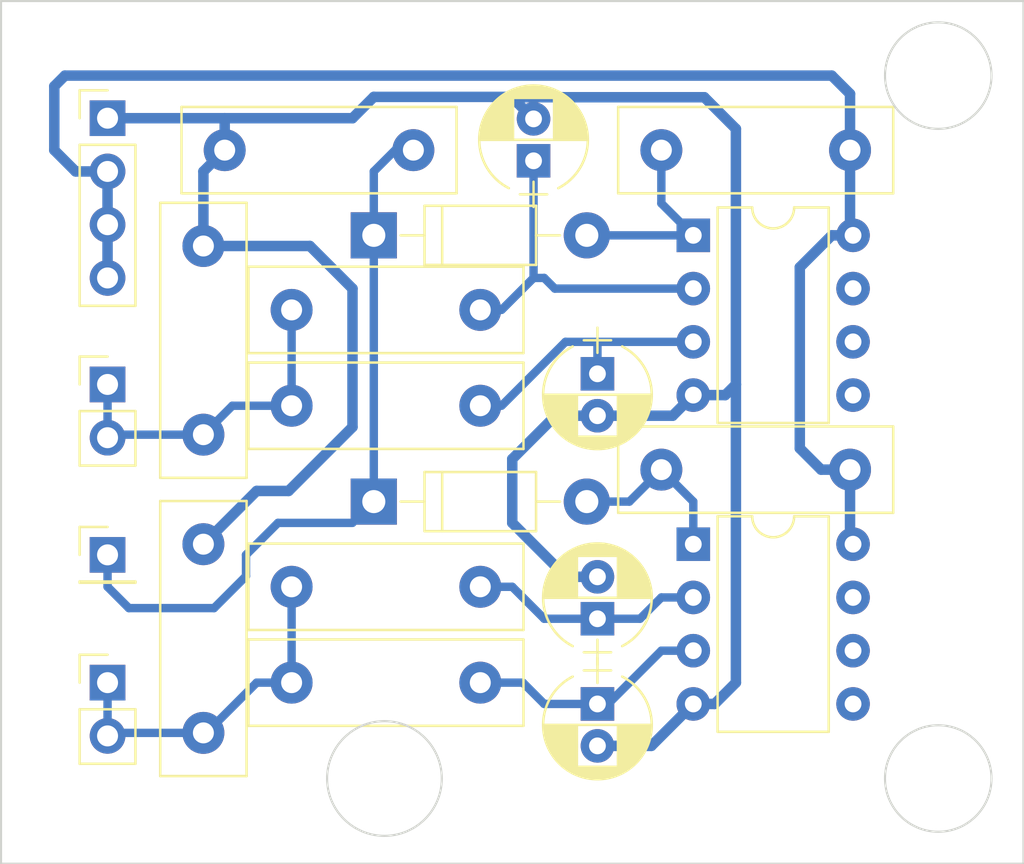
<source format=kicad_pcb>
(kicad_pcb (version 4) (host pcbnew 4.0.7-e2-6376~58~ubuntu16.04.1)

  (general
    (links 38)
    (no_connects 0)
    (area 129.997999 91.897999 178.866001 133.146001)
    (thickness 1.6)
    (drawings 12)
    (tracks 108)
    (zones 0)
    (modules 21)
    (nets 12)
  )

  (page A4)
  (layers
    (0 F.Cu signal hide)
    (31 B.Cu signal)
    (32 B.Adhes user hide)
    (33 F.Adhes user hide)
    (34 B.Paste user hide)
    (35 F.Paste user hide)
    (36 B.SilkS user hide)
    (37 F.SilkS user)
    (38 B.Mask user hide)
    (39 F.Mask user hide)
    (40 Dwgs.User user)
    (41 Cmts.User user hide)
    (42 Eco1.User user)
    (43 Eco2.User user)
    (44 Edge.Cuts user)
    (45 Margin user hide)
    (46 B.CrtYd user hide)
    (47 F.CrtYd user hide)
    (48 B.Fab user hide)
    (49 F.Fab user)
  )

  (setup
    (last_trace_width 0.4)
    (trace_clearance 0.2)
    (zone_clearance 0.508)
    (zone_45_only no)
    (trace_min 0.4)
    (segment_width 0.2)
    (edge_width 0.1)
    (via_size 0.6)
    (via_drill 0.4)
    (via_min_size 0.4)
    (via_min_drill 0.3)
    (uvia_size 0.3)
    (uvia_drill 0.1)
    (uvias_allowed no)
    (uvia_min_size 0.2)
    (uvia_min_drill 0.1)
    (pcb_text_width 0.3)
    (pcb_text_size 1.5 1.5)
    (mod_edge_width 0.15)
    (mod_text_size 1 1)
    (mod_text_width 0.15)
    (pad_size 1.7 1.7)
    (pad_drill 1)
    (pad_to_mask_clearance 0)
    (aux_axis_origin 0 0)
    (visible_elements FFFFFF7F)
    (pcbplotparams
      (layerselection 0x00030_80000001)
      (usegerberextensions false)
      (excludeedgelayer true)
      (linewidth 0.100000)
      (plotframeref false)
      (viasonmask false)
      (mode 1)
      (useauxorigin false)
      (hpglpennumber 1)
      (hpglpenspeed 20)
      (hpglpendiameter 15)
      (hpglpenoverlay 2)
      (psnegative false)
      (psa4output false)
      (plotreference true)
      (plotvalue true)
      (plotinvisibletext false)
      (padsonsilk false)
      (subtractmaskfromsilk false)
      (outputformat 1)
      (mirror false)
      (drillshape 1)
      (scaleselection 1)
      (outputdirectory ""))
  )

  (net 0 "")
  (net 1 "Net-(C1-Pad1)")
  (net 2 "Net-(C1-Pad2)")
  (net 3 "Net-(C2-Pad1)")
  (net 4 "Net-(C3-Pad1)")
  (net 5 "Net-(C4-Pad1)")
  (net 6 "Net-(D1-Pad1)")
  (net 7 "Net-(D1-Pad2)")
  (net 8 "Net-(D2-Pad2)")
  (net 9 "Net-(J1-Pad2)")
  (net 10 "Net-(J2-Pad1)")
  (net 11 "Net-(J3-Pad1)")

  (net_class Default "Это класс цепей по умолчанию."
    (clearance 0.2)
    (trace_width 0.4)
    (via_dia 0.6)
    (via_drill 0.4)
    (uvia_dia 0.3)
    (uvia_drill 0.1)
    (add_net "Net-(C1-Pad1)")
    (add_net "Net-(C2-Pad1)")
    (add_net "Net-(C3-Pad1)")
    (add_net "Net-(C4-Pad1)")
    (add_net "Net-(D1-Pad1)")
    (add_net "Net-(D1-Pad2)")
    (add_net "Net-(D2-Pad2)")
    (add_net "Net-(J2-Pad1)")
    (add_net "Net-(J3-Pad1)")
  )

  (net_class PWR ""
    (clearance 0.2)
    (trace_width 0.5)
    (via_dia 0.6)
    (via_drill 0.4)
    (uvia_dia 0.3)
    (uvia_drill 0.1)
    (add_net "Net-(C1-Pad2)")
    (add_net "Net-(J1-Pad2)")
  )

  (module Socket_Strips:Socket_Strip_Straight_1x04_Pitch2.54mm (layer F.Cu) (tedit 59E7AD9D) (tstamp 59E799E9)
    (at 135.128 97.536)
    (descr "Through hole straight socket strip, 1x04, 2.54mm pitch, single row")
    (tags "Through hole socket strip THT 1x04 2.54mm single row")
    (path /59D0048D)
    (fp_text reference J1 (at 0 -2.33) (layer F.SilkS) hide
      (effects (font (size 1 1) (thickness 0.15)))
    )
    (fp_text value PWR (at 0 10.16) (layer F.Fab)
      (effects (font (size 1 1) (thickness 0.15)))
    )
    (fp_line (start -1.27 -1.27) (end -1.27 8.89) (layer F.Fab) (width 0.1))
    (fp_line (start -1.27 8.89) (end 1.27 8.89) (layer F.Fab) (width 0.1))
    (fp_line (start 1.27 8.89) (end 1.27 -1.27) (layer F.Fab) (width 0.1))
    (fp_line (start 1.27 -1.27) (end -1.27 -1.27) (layer F.Fab) (width 0.1))
    (fp_line (start -1.33 1.27) (end -1.33 8.95) (layer F.SilkS) (width 0.12))
    (fp_line (start -1.33 8.95) (end 1.33 8.95) (layer F.SilkS) (width 0.12))
    (fp_line (start 1.33 8.95) (end 1.33 1.27) (layer F.SilkS) (width 0.12))
    (fp_line (start 1.33 1.27) (end -1.33 1.27) (layer F.SilkS) (width 0.12))
    (fp_line (start -1.33 0) (end -1.33 -1.33) (layer F.SilkS) (width 0.12))
    (fp_line (start -1.33 -1.33) (end 0 -1.33) (layer F.SilkS) (width 0.12))
    (fp_line (start -1.8 -1.8) (end -1.8 9.4) (layer F.CrtYd) (width 0.05))
    (fp_line (start -1.8 9.4) (end 1.8 9.4) (layer F.CrtYd) (width 0.05))
    (fp_line (start 1.8 9.4) (end 1.8 -1.8) (layer F.CrtYd) (width 0.05))
    (fp_line (start 1.8 -1.8) (end -1.8 -1.8) (layer F.CrtYd) (width 0.05))
    (fp_text user %R (at -3.302 9.906) (layer F.Fab) hide
      (effects (font (size 1 1) (thickness 0.15)))
    )
    (pad 1 thru_hole rect (at 0 0) (size 1.7 1.7) (drill 1) (layers *.Cu *.Mask)
      (net 2 "Net-(C1-Pad2)"))
    (pad 2 thru_hole oval (at 0 2.54) (size 1.7 1.7) (drill 1) (layers *.Cu *.Mask)
      (net 9 "Net-(J1-Pad2)"))
    (pad 3 thru_hole oval (at 0 5.08) (size 1.7 1.7) (drill 1) (layers *.Cu B.Mask)
      (net 9 "Net-(J1-Pad2)"))
    (pad 4 thru_hole oval (at 0 7.62) (size 1.7 1.7) (drill 1) (layers *.Cu *.Mask)
      (net 9 "Net-(J1-Pad2)"))
    (model ${KISYS3DMOD}/Socket_Strips.3dshapes/Socket_Strip_Straight_1x04_Pitch2.54mm.wrl
      (at (xyz 0 -0.15 0))
      (scale (xyz 1 1 1))
      (rotate (xyz 0 0 270))
    )
  )

  (module Capacitors_THT:CP_Radial_D5.0mm_P2.00mm (layer F.Cu) (tedit 59E7A4E0) (tstamp 59E799C3)
    (at 158.496 109.728 270)
    (descr "CP, Radial series, Radial, pin pitch=2.00mm, , diameter=5mm, Electrolytic Capacitor")
    (tags "CP Radial series Radial pin pitch 2.00mm  diameter 5mm Electrolytic Capacitor")
    (path /59E7BD71)
    (fp_text reference C1 (at -2.54 -2.54 360) (layer F.SilkS) hide
      (effects (font (size 1 1) (thickness 0.15)))
    )
    (fp_text value C2.2 (at -2.54 1.524 360) (layer F.Fab)
      (effects (font (size 1 1) (thickness 0.15)))
    )
    (fp_arc (start 1 0) (end -1.30558 -1.18) (angle 125.8) (layer F.SilkS) (width 0.12))
    (fp_arc (start 1 0) (end -1.30558 1.18) (angle -125.8) (layer F.SilkS) (width 0.12))
    (fp_arc (start 1 0) (end 3.30558 -1.18) (angle 54.2) (layer F.SilkS) (width 0.12))
    (fp_circle (center 1 0) (end 3.5 0) (layer F.Fab) (width 0.1))
    (fp_line (start -2.2 0) (end -1 0) (layer F.Fab) (width 0.1))
    (fp_line (start -1.6 -0.65) (end -1.6 0.65) (layer F.Fab) (width 0.1))
    (fp_line (start 1 -2.55) (end 1 2.55) (layer F.SilkS) (width 0.12))
    (fp_line (start 1.04 -2.55) (end 1.04 -0.98) (layer F.SilkS) (width 0.12))
    (fp_line (start 1.04 0.98) (end 1.04 2.55) (layer F.SilkS) (width 0.12))
    (fp_line (start 1.08 -2.549) (end 1.08 -0.98) (layer F.SilkS) (width 0.12))
    (fp_line (start 1.08 0.98) (end 1.08 2.549) (layer F.SilkS) (width 0.12))
    (fp_line (start 1.12 -2.548) (end 1.12 -0.98) (layer F.SilkS) (width 0.12))
    (fp_line (start 1.12 0.98) (end 1.12 2.548) (layer F.SilkS) (width 0.12))
    (fp_line (start 1.16 -2.546) (end 1.16 -0.98) (layer F.SilkS) (width 0.12))
    (fp_line (start 1.16 0.98) (end 1.16 2.546) (layer F.SilkS) (width 0.12))
    (fp_line (start 1.2 -2.543) (end 1.2 -0.98) (layer F.SilkS) (width 0.12))
    (fp_line (start 1.2 0.98) (end 1.2 2.543) (layer F.SilkS) (width 0.12))
    (fp_line (start 1.24 -2.539) (end 1.24 -0.98) (layer F.SilkS) (width 0.12))
    (fp_line (start 1.24 0.98) (end 1.24 2.539) (layer F.SilkS) (width 0.12))
    (fp_line (start 1.28 -2.535) (end 1.28 -0.98) (layer F.SilkS) (width 0.12))
    (fp_line (start 1.28 0.98) (end 1.28 2.535) (layer F.SilkS) (width 0.12))
    (fp_line (start 1.32 -2.531) (end 1.32 -0.98) (layer F.SilkS) (width 0.12))
    (fp_line (start 1.32 0.98) (end 1.32 2.531) (layer F.SilkS) (width 0.12))
    (fp_line (start 1.36 -2.525) (end 1.36 -0.98) (layer F.SilkS) (width 0.12))
    (fp_line (start 1.36 0.98) (end 1.36 2.525) (layer F.SilkS) (width 0.12))
    (fp_line (start 1.4 -2.519) (end 1.4 -0.98) (layer F.SilkS) (width 0.12))
    (fp_line (start 1.4 0.98) (end 1.4 2.519) (layer F.SilkS) (width 0.12))
    (fp_line (start 1.44 -2.513) (end 1.44 -0.98) (layer F.SilkS) (width 0.12))
    (fp_line (start 1.44 0.98) (end 1.44 2.513) (layer F.SilkS) (width 0.12))
    (fp_line (start 1.48 -2.506) (end 1.48 -0.98) (layer F.SilkS) (width 0.12))
    (fp_line (start 1.48 0.98) (end 1.48 2.506) (layer F.SilkS) (width 0.12))
    (fp_line (start 1.52 -2.498) (end 1.52 -0.98) (layer F.SilkS) (width 0.12))
    (fp_line (start 1.52 0.98) (end 1.52 2.498) (layer F.SilkS) (width 0.12))
    (fp_line (start 1.56 -2.489) (end 1.56 -0.98) (layer F.SilkS) (width 0.12))
    (fp_line (start 1.56 0.98) (end 1.56 2.489) (layer F.SilkS) (width 0.12))
    (fp_line (start 1.6 -2.48) (end 1.6 -0.98) (layer F.SilkS) (width 0.12))
    (fp_line (start 1.6 0.98) (end 1.6 2.48) (layer F.SilkS) (width 0.12))
    (fp_line (start 1.64 -2.47) (end 1.64 -0.98) (layer F.SilkS) (width 0.12))
    (fp_line (start 1.64 0.98) (end 1.64 2.47) (layer F.SilkS) (width 0.12))
    (fp_line (start 1.68 -2.46) (end 1.68 -0.98) (layer F.SilkS) (width 0.12))
    (fp_line (start 1.68 0.98) (end 1.68 2.46) (layer F.SilkS) (width 0.12))
    (fp_line (start 1.721 -2.448) (end 1.721 -0.98) (layer F.SilkS) (width 0.12))
    (fp_line (start 1.721 0.98) (end 1.721 2.448) (layer F.SilkS) (width 0.12))
    (fp_line (start 1.761 -2.436) (end 1.761 -0.98) (layer F.SilkS) (width 0.12))
    (fp_line (start 1.761 0.98) (end 1.761 2.436) (layer F.SilkS) (width 0.12))
    (fp_line (start 1.801 -2.424) (end 1.801 -0.98) (layer F.SilkS) (width 0.12))
    (fp_line (start 1.801 0.98) (end 1.801 2.424) (layer F.SilkS) (width 0.12))
    (fp_line (start 1.841 -2.41) (end 1.841 -0.98) (layer F.SilkS) (width 0.12))
    (fp_line (start 1.841 0.98) (end 1.841 2.41) (layer F.SilkS) (width 0.12))
    (fp_line (start 1.881 -2.396) (end 1.881 -0.98) (layer F.SilkS) (width 0.12))
    (fp_line (start 1.881 0.98) (end 1.881 2.396) (layer F.SilkS) (width 0.12))
    (fp_line (start 1.921 -2.382) (end 1.921 -0.98) (layer F.SilkS) (width 0.12))
    (fp_line (start 1.921 0.98) (end 1.921 2.382) (layer F.SilkS) (width 0.12))
    (fp_line (start 1.961 -2.366) (end 1.961 -0.98) (layer F.SilkS) (width 0.12))
    (fp_line (start 1.961 0.98) (end 1.961 2.366) (layer F.SilkS) (width 0.12))
    (fp_line (start 2.001 -2.35) (end 2.001 -0.98) (layer F.SilkS) (width 0.12))
    (fp_line (start 2.001 0.98) (end 2.001 2.35) (layer F.SilkS) (width 0.12))
    (fp_line (start 2.041 -2.333) (end 2.041 -0.98) (layer F.SilkS) (width 0.12))
    (fp_line (start 2.041 0.98) (end 2.041 2.333) (layer F.SilkS) (width 0.12))
    (fp_line (start 2.081 -2.315) (end 2.081 -0.98) (layer F.SilkS) (width 0.12))
    (fp_line (start 2.081 0.98) (end 2.081 2.315) (layer F.SilkS) (width 0.12))
    (fp_line (start 2.121 -2.296) (end 2.121 -0.98) (layer F.SilkS) (width 0.12))
    (fp_line (start 2.121 0.98) (end 2.121 2.296) (layer F.SilkS) (width 0.12))
    (fp_line (start 2.161 -2.276) (end 2.161 -0.98) (layer F.SilkS) (width 0.12))
    (fp_line (start 2.161 0.98) (end 2.161 2.276) (layer F.SilkS) (width 0.12))
    (fp_line (start 2.201 -2.256) (end 2.201 -0.98) (layer F.SilkS) (width 0.12))
    (fp_line (start 2.201 0.98) (end 2.201 2.256) (layer F.SilkS) (width 0.12))
    (fp_line (start 2.241 -2.234) (end 2.241 -0.98) (layer F.SilkS) (width 0.12))
    (fp_line (start 2.241 0.98) (end 2.241 2.234) (layer F.SilkS) (width 0.12))
    (fp_line (start 2.281 -2.212) (end 2.281 -0.98) (layer F.SilkS) (width 0.12))
    (fp_line (start 2.281 0.98) (end 2.281 2.212) (layer F.SilkS) (width 0.12))
    (fp_line (start 2.321 -2.189) (end 2.321 -0.98) (layer F.SilkS) (width 0.12))
    (fp_line (start 2.321 0.98) (end 2.321 2.189) (layer F.SilkS) (width 0.12))
    (fp_line (start 2.361 -2.165) (end 2.361 -0.98) (layer F.SilkS) (width 0.12))
    (fp_line (start 2.361 0.98) (end 2.361 2.165) (layer F.SilkS) (width 0.12))
    (fp_line (start 2.401 -2.14) (end 2.401 -0.98) (layer F.SilkS) (width 0.12))
    (fp_line (start 2.401 0.98) (end 2.401 2.14) (layer F.SilkS) (width 0.12))
    (fp_line (start 2.441 -2.113) (end 2.441 -0.98) (layer F.SilkS) (width 0.12))
    (fp_line (start 2.441 0.98) (end 2.441 2.113) (layer F.SilkS) (width 0.12))
    (fp_line (start 2.481 -2.086) (end 2.481 -0.98) (layer F.SilkS) (width 0.12))
    (fp_line (start 2.481 0.98) (end 2.481 2.086) (layer F.SilkS) (width 0.12))
    (fp_line (start 2.521 -2.058) (end 2.521 -0.98) (layer F.SilkS) (width 0.12))
    (fp_line (start 2.521 0.98) (end 2.521 2.058) (layer F.SilkS) (width 0.12))
    (fp_line (start 2.561 -2.028) (end 2.561 -0.98) (layer F.SilkS) (width 0.12))
    (fp_line (start 2.561 0.98) (end 2.561 2.028) (layer F.SilkS) (width 0.12))
    (fp_line (start 2.601 -1.997) (end 2.601 -0.98) (layer F.SilkS) (width 0.12))
    (fp_line (start 2.601 0.98) (end 2.601 1.997) (layer F.SilkS) (width 0.12))
    (fp_line (start 2.641 -1.965) (end 2.641 -0.98) (layer F.SilkS) (width 0.12))
    (fp_line (start 2.641 0.98) (end 2.641 1.965) (layer F.SilkS) (width 0.12))
    (fp_line (start 2.681 -1.932) (end 2.681 -0.98) (layer F.SilkS) (width 0.12))
    (fp_line (start 2.681 0.98) (end 2.681 1.932) (layer F.SilkS) (width 0.12))
    (fp_line (start 2.721 -1.897) (end 2.721 -0.98) (layer F.SilkS) (width 0.12))
    (fp_line (start 2.721 0.98) (end 2.721 1.897) (layer F.SilkS) (width 0.12))
    (fp_line (start 2.761 -1.861) (end 2.761 -0.98) (layer F.SilkS) (width 0.12))
    (fp_line (start 2.761 0.98) (end 2.761 1.861) (layer F.SilkS) (width 0.12))
    (fp_line (start 2.801 -1.823) (end 2.801 -0.98) (layer F.SilkS) (width 0.12))
    (fp_line (start 2.801 0.98) (end 2.801 1.823) (layer F.SilkS) (width 0.12))
    (fp_line (start 2.841 -1.783) (end 2.841 -0.98) (layer F.SilkS) (width 0.12))
    (fp_line (start 2.841 0.98) (end 2.841 1.783) (layer F.SilkS) (width 0.12))
    (fp_line (start 2.881 -1.742) (end 2.881 -0.98) (layer F.SilkS) (width 0.12))
    (fp_line (start 2.881 0.98) (end 2.881 1.742) (layer F.SilkS) (width 0.12))
    (fp_line (start 2.921 -1.699) (end 2.921 -0.98) (layer F.SilkS) (width 0.12))
    (fp_line (start 2.921 0.98) (end 2.921 1.699) (layer F.SilkS) (width 0.12))
    (fp_line (start 2.961 -1.654) (end 2.961 -0.98) (layer F.SilkS) (width 0.12))
    (fp_line (start 2.961 0.98) (end 2.961 1.654) (layer F.SilkS) (width 0.12))
    (fp_line (start 3.001 -1.606) (end 3.001 1.606) (layer F.SilkS) (width 0.12))
    (fp_line (start 3.041 -1.556) (end 3.041 1.556) (layer F.SilkS) (width 0.12))
    (fp_line (start 3.081 -1.504) (end 3.081 1.504) (layer F.SilkS) (width 0.12))
    (fp_line (start 3.121 -1.448) (end 3.121 1.448) (layer F.SilkS) (width 0.12))
    (fp_line (start 3.161 -1.39) (end 3.161 1.39) (layer F.SilkS) (width 0.12))
    (fp_line (start 3.201 -1.327) (end 3.201 1.327) (layer F.SilkS) (width 0.12))
    (fp_line (start 3.241 -1.261) (end 3.241 1.261) (layer F.SilkS) (width 0.12))
    (fp_line (start 3.281 -1.189) (end 3.281 1.189) (layer F.SilkS) (width 0.12))
    (fp_line (start 3.321 -1.112) (end 3.321 1.112) (layer F.SilkS) (width 0.12))
    (fp_line (start 3.361 -1.028) (end 3.361 1.028) (layer F.SilkS) (width 0.12))
    (fp_line (start 3.401 -0.934) (end 3.401 0.934) (layer F.SilkS) (width 0.12))
    (fp_line (start 3.441 -0.829) (end 3.441 0.829) (layer F.SilkS) (width 0.12))
    (fp_line (start 3.481 -0.707) (end 3.481 0.707) (layer F.SilkS) (width 0.12))
    (fp_line (start 3.521 -0.559) (end 3.521 0.559) (layer F.SilkS) (width 0.12))
    (fp_line (start 3.561 -0.354) (end 3.561 0.354) (layer F.SilkS) (width 0.12))
    (fp_line (start -2.2 0) (end -1 0) (layer F.SilkS) (width 0.12))
    (fp_line (start -1.6 -0.65) (end -1.6 0.65) (layer F.SilkS) (width 0.12))
    (fp_line (start -1.85 -2.85) (end -1.85 2.85) (layer F.CrtYd) (width 0.05))
    (fp_line (start -1.85 2.85) (end 3.85 2.85) (layer F.CrtYd) (width 0.05))
    (fp_line (start 3.85 2.85) (end 3.85 -2.85) (layer F.CrtYd) (width 0.05))
    (fp_line (start 3.85 -2.85) (end -1.85 -2.85) (layer F.CrtYd) (width 0.05))
    (fp_text user %R (at 3.048 -2.032 360) (layer F.Fab)
      (effects (font (size 1 1) (thickness 0.15)))
    )
    (pad 1 thru_hole rect (at 0 0 270) (size 1.6 1.6) (drill 0.8) (layers *.Cu *.Mask)
      (net 1 "Net-(C1-Pad1)"))
    (pad 2 thru_hole circle (at 2 0 270) (size 1.6 1.6) (drill 0.8) (layers *.Cu *.Mask)
      (net 2 "Net-(C1-Pad2)"))
    (model ${KISYS3DMOD}/Capacitors_THT.3dshapes/CP_Radial_D5.0mm_P2.00mm.wrl
      (at (xyz 0 0 0))
      (scale (xyz 1 1 1))
      (rotate (xyz 0 0 0))
    )
  )

  (module Capacitors_THT:CP_Radial_D5.0mm_P2.00mm (layer F.Cu) (tedit 59E7AA38) (tstamp 59E799C9)
    (at 155.448 99.568 90)
    (descr "CP, Radial series, Radial, pin pitch=2.00mm, , diameter=5mm, Electrolytic Capacitor")
    (tags "CP Radial series Radial pin pitch 2.00mm  diameter 5mm Electrolytic Capacitor")
    (path /59CFED83)
    (fp_text reference C2 (at 4.572 1.524 180) (layer F.SilkS) hide
      (effects (font (size 1 1) (thickness 0.15)))
    )
    (fp_text value C4.7 (at 4.572 -1.524 180) (layer F.Fab)
      (effects (font (size 1 1) (thickness 0.15)))
    )
    (fp_arc (start 1 0) (end -1.30558 -1.18) (angle 125.8) (layer F.SilkS) (width 0.12))
    (fp_arc (start 1 0) (end -1.30558 1.18) (angle -125.8) (layer F.SilkS) (width 0.12))
    (fp_arc (start 1 0) (end 3.30558 -1.18) (angle 54.2) (layer F.SilkS) (width 0.12))
    (fp_circle (center 1 0) (end 3.5 0) (layer F.Fab) (width 0.1))
    (fp_line (start -2.2 0) (end -1 0) (layer F.Fab) (width 0.1))
    (fp_line (start -1.6 -0.65) (end -1.6 0.65) (layer F.Fab) (width 0.1))
    (fp_line (start 1 -2.55) (end 1 2.55) (layer F.SilkS) (width 0.12))
    (fp_line (start 1.04 -2.55) (end 1.04 -0.98) (layer F.SilkS) (width 0.12))
    (fp_line (start 1.04 0.98) (end 1.04 2.55) (layer F.SilkS) (width 0.12))
    (fp_line (start 1.08 -2.549) (end 1.08 -0.98) (layer F.SilkS) (width 0.12))
    (fp_line (start 1.08 0.98) (end 1.08 2.549) (layer F.SilkS) (width 0.12))
    (fp_line (start 1.12 -2.548) (end 1.12 -0.98) (layer F.SilkS) (width 0.12))
    (fp_line (start 1.12 0.98) (end 1.12 2.548) (layer F.SilkS) (width 0.12))
    (fp_line (start 1.16 -2.546) (end 1.16 -0.98) (layer F.SilkS) (width 0.12))
    (fp_line (start 1.16 0.98) (end 1.16 2.546) (layer F.SilkS) (width 0.12))
    (fp_line (start 1.2 -2.543) (end 1.2 -0.98) (layer F.SilkS) (width 0.12))
    (fp_line (start 1.2 0.98) (end 1.2 2.543) (layer F.SilkS) (width 0.12))
    (fp_line (start 1.24 -2.539) (end 1.24 -0.98) (layer F.SilkS) (width 0.12))
    (fp_line (start 1.24 0.98) (end 1.24 2.539) (layer F.SilkS) (width 0.12))
    (fp_line (start 1.28 -2.535) (end 1.28 -0.98) (layer F.SilkS) (width 0.12))
    (fp_line (start 1.28 0.98) (end 1.28 2.535) (layer F.SilkS) (width 0.12))
    (fp_line (start 1.32 -2.531) (end 1.32 -0.98) (layer F.SilkS) (width 0.12))
    (fp_line (start 1.32 0.98) (end 1.32 2.531) (layer F.SilkS) (width 0.12))
    (fp_line (start 1.36 -2.525) (end 1.36 -0.98) (layer F.SilkS) (width 0.12))
    (fp_line (start 1.36 0.98) (end 1.36 2.525) (layer F.SilkS) (width 0.12))
    (fp_line (start 1.4 -2.519) (end 1.4 -0.98) (layer F.SilkS) (width 0.12))
    (fp_line (start 1.4 0.98) (end 1.4 2.519) (layer F.SilkS) (width 0.12))
    (fp_line (start 1.44 -2.513) (end 1.44 -0.98) (layer F.SilkS) (width 0.12))
    (fp_line (start 1.44 0.98) (end 1.44 2.513) (layer F.SilkS) (width 0.12))
    (fp_line (start 1.48 -2.506) (end 1.48 -0.98) (layer F.SilkS) (width 0.12))
    (fp_line (start 1.48 0.98) (end 1.48 2.506) (layer F.SilkS) (width 0.12))
    (fp_line (start 1.52 -2.498) (end 1.52 -0.98) (layer F.SilkS) (width 0.12))
    (fp_line (start 1.52 0.98) (end 1.52 2.498) (layer F.SilkS) (width 0.12))
    (fp_line (start 1.56 -2.489) (end 1.56 -0.98) (layer F.SilkS) (width 0.12))
    (fp_line (start 1.56 0.98) (end 1.56 2.489) (layer F.SilkS) (width 0.12))
    (fp_line (start 1.6 -2.48) (end 1.6 -0.98) (layer F.SilkS) (width 0.12))
    (fp_line (start 1.6 0.98) (end 1.6 2.48) (layer F.SilkS) (width 0.12))
    (fp_line (start 1.64 -2.47) (end 1.64 -0.98) (layer F.SilkS) (width 0.12))
    (fp_line (start 1.64 0.98) (end 1.64 2.47) (layer F.SilkS) (width 0.12))
    (fp_line (start 1.68 -2.46) (end 1.68 -0.98) (layer F.SilkS) (width 0.12))
    (fp_line (start 1.68 0.98) (end 1.68 2.46) (layer F.SilkS) (width 0.12))
    (fp_line (start 1.721 -2.448) (end 1.721 -0.98) (layer F.SilkS) (width 0.12))
    (fp_line (start 1.721 0.98) (end 1.721 2.448) (layer F.SilkS) (width 0.12))
    (fp_line (start 1.761 -2.436) (end 1.761 -0.98) (layer F.SilkS) (width 0.12))
    (fp_line (start 1.761 0.98) (end 1.761 2.436) (layer F.SilkS) (width 0.12))
    (fp_line (start 1.801 -2.424) (end 1.801 -0.98) (layer F.SilkS) (width 0.12))
    (fp_line (start 1.801 0.98) (end 1.801 2.424) (layer F.SilkS) (width 0.12))
    (fp_line (start 1.841 -2.41) (end 1.841 -0.98) (layer F.SilkS) (width 0.12))
    (fp_line (start 1.841 0.98) (end 1.841 2.41) (layer F.SilkS) (width 0.12))
    (fp_line (start 1.881 -2.396) (end 1.881 -0.98) (layer F.SilkS) (width 0.12))
    (fp_line (start 1.881 0.98) (end 1.881 2.396) (layer F.SilkS) (width 0.12))
    (fp_line (start 1.921 -2.382) (end 1.921 -0.98) (layer F.SilkS) (width 0.12))
    (fp_line (start 1.921 0.98) (end 1.921 2.382) (layer F.SilkS) (width 0.12))
    (fp_line (start 1.961 -2.366) (end 1.961 -0.98) (layer F.SilkS) (width 0.12))
    (fp_line (start 1.961 0.98) (end 1.961 2.366) (layer F.SilkS) (width 0.12))
    (fp_line (start 2.001 -2.35) (end 2.001 -0.98) (layer F.SilkS) (width 0.12))
    (fp_line (start 2.001 0.98) (end 2.001 2.35) (layer F.SilkS) (width 0.12))
    (fp_line (start 2.041 -2.333) (end 2.041 -0.98) (layer F.SilkS) (width 0.12))
    (fp_line (start 2.041 0.98) (end 2.041 2.333) (layer F.SilkS) (width 0.12))
    (fp_line (start 2.081 -2.315) (end 2.081 -0.98) (layer F.SilkS) (width 0.12))
    (fp_line (start 2.081 0.98) (end 2.081 2.315) (layer F.SilkS) (width 0.12))
    (fp_line (start 2.121 -2.296) (end 2.121 -0.98) (layer F.SilkS) (width 0.12))
    (fp_line (start 2.121 0.98) (end 2.121 2.296) (layer F.SilkS) (width 0.12))
    (fp_line (start 2.161 -2.276) (end 2.161 -0.98) (layer F.SilkS) (width 0.12))
    (fp_line (start 2.161 0.98) (end 2.161 2.276) (layer F.SilkS) (width 0.12))
    (fp_line (start 2.201 -2.256) (end 2.201 -0.98) (layer F.SilkS) (width 0.12))
    (fp_line (start 2.201 0.98) (end 2.201 2.256) (layer F.SilkS) (width 0.12))
    (fp_line (start 2.241 -2.234) (end 2.241 -0.98) (layer F.SilkS) (width 0.12))
    (fp_line (start 2.241 0.98) (end 2.241 2.234) (layer F.SilkS) (width 0.12))
    (fp_line (start 2.281 -2.212) (end 2.281 -0.98) (layer F.SilkS) (width 0.12))
    (fp_line (start 2.281 0.98) (end 2.281 2.212) (layer F.SilkS) (width 0.12))
    (fp_line (start 2.321 -2.189) (end 2.321 -0.98) (layer F.SilkS) (width 0.12))
    (fp_line (start 2.321 0.98) (end 2.321 2.189) (layer F.SilkS) (width 0.12))
    (fp_line (start 2.361 -2.165) (end 2.361 -0.98) (layer F.SilkS) (width 0.12))
    (fp_line (start 2.361 0.98) (end 2.361 2.165) (layer F.SilkS) (width 0.12))
    (fp_line (start 2.401 -2.14) (end 2.401 -0.98) (layer F.SilkS) (width 0.12))
    (fp_line (start 2.401 0.98) (end 2.401 2.14) (layer F.SilkS) (width 0.12))
    (fp_line (start 2.441 -2.113) (end 2.441 -0.98) (layer F.SilkS) (width 0.12))
    (fp_line (start 2.441 0.98) (end 2.441 2.113) (layer F.SilkS) (width 0.12))
    (fp_line (start 2.481 -2.086) (end 2.481 -0.98) (layer F.SilkS) (width 0.12))
    (fp_line (start 2.481 0.98) (end 2.481 2.086) (layer F.SilkS) (width 0.12))
    (fp_line (start 2.521 -2.058) (end 2.521 -0.98) (layer F.SilkS) (width 0.12))
    (fp_line (start 2.521 0.98) (end 2.521 2.058) (layer F.SilkS) (width 0.12))
    (fp_line (start 2.561 -2.028) (end 2.561 -0.98) (layer F.SilkS) (width 0.12))
    (fp_line (start 2.561 0.98) (end 2.561 2.028) (layer F.SilkS) (width 0.12))
    (fp_line (start 2.601 -1.997) (end 2.601 -0.98) (layer F.SilkS) (width 0.12))
    (fp_line (start 2.601 0.98) (end 2.601 1.997) (layer F.SilkS) (width 0.12))
    (fp_line (start 2.641 -1.965) (end 2.641 -0.98) (layer F.SilkS) (width 0.12))
    (fp_line (start 2.641 0.98) (end 2.641 1.965) (layer F.SilkS) (width 0.12))
    (fp_line (start 2.681 -1.932) (end 2.681 -0.98) (layer F.SilkS) (width 0.12))
    (fp_line (start 2.681 0.98) (end 2.681 1.932) (layer F.SilkS) (width 0.12))
    (fp_line (start 2.721 -1.897) (end 2.721 -0.98) (layer F.SilkS) (width 0.12))
    (fp_line (start 2.721 0.98) (end 2.721 1.897) (layer F.SilkS) (width 0.12))
    (fp_line (start 2.761 -1.861) (end 2.761 -0.98) (layer F.SilkS) (width 0.12))
    (fp_line (start 2.761 0.98) (end 2.761 1.861) (layer F.SilkS) (width 0.12))
    (fp_line (start 2.801 -1.823) (end 2.801 -0.98) (layer F.SilkS) (width 0.12))
    (fp_line (start 2.801 0.98) (end 2.801 1.823) (layer F.SilkS) (width 0.12))
    (fp_line (start 2.841 -1.783) (end 2.841 -0.98) (layer F.SilkS) (width 0.12))
    (fp_line (start 2.841 0.98) (end 2.841 1.783) (layer F.SilkS) (width 0.12))
    (fp_line (start 2.881 -1.742) (end 2.881 -0.98) (layer F.SilkS) (width 0.12))
    (fp_line (start 2.881 0.98) (end 2.881 1.742) (layer F.SilkS) (width 0.12))
    (fp_line (start 2.921 -1.699) (end 2.921 -0.98) (layer F.SilkS) (width 0.12))
    (fp_line (start 2.921 0.98) (end 2.921 1.699) (layer F.SilkS) (width 0.12))
    (fp_line (start 2.961 -1.654) (end 2.961 -0.98) (layer F.SilkS) (width 0.12))
    (fp_line (start 2.961 0.98) (end 2.961 1.654) (layer F.SilkS) (width 0.12))
    (fp_line (start 3.001 -1.606) (end 3.001 1.606) (layer F.SilkS) (width 0.12))
    (fp_line (start 3.041 -1.556) (end 3.041 1.556) (layer F.SilkS) (width 0.12))
    (fp_line (start 3.081 -1.504) (end 3.081 1.504) (layer F.SilkS) (width 0.12))
    (fp_line (start 3.121 -1.448) (end 3.121 1.448) (layer F.SilkS) (width 0.12))
    (fp_line (start 3.161 -1.39) (end 3.161 1.39) (layer F.SilkS) (width 0.12))
    (fp_line (start 3.201 -1.327) (end 3.201 1.327) (layer F.SilkS) (width 0.12))
    (fp_line (start 3.241 -1.261) (end 3.241 1.261) (layer F.SilkS) (width 0.12))
    (fp_line (start 3.281 -1.189) (end 3.281 1.189) (layer F.SilkS) (width 0.12))
    (fp_line (start 3.321 -1.112) (end 3.321 1.112) (layer F.SilkS) (width 0.12))
    (fp_line (start 3.361 -1.028) (end 3.361 1.028) (layer F.SilkS) (width 0.12))
    (fp_line (start 3.401 -0.934) (end 3.401 0.934) (layer F.SilkS) (width 0.12))
    (fp_line (start 3.441 -0.829) (end 3.441 0.829) (layer F.SilkS) (width 0.12))
    (fp_line (start 3.481 -0.707) (end 3.481 0.707) (layer F.SilkS) (width 0.12))
    (fp_line (start 3.521 -0.559) (end 3.521 0.559) (layer F.SilkS) (width 0.12))
    (fp_line (start 3.561 -0.354) (end 3.561 0.354) (layer F.SilkS) (width 0.12))
    (fp_line (start -2.2 0) (end -1 0) (layer F.SilkS) (width 0.12))
    (fp_line (start -1.6 -0.65) (end -1.6 0.65) (layer F.SilkS) (width 0.12))
    (fp_line (start -1.85 -2.85) (end -1.85 2.85) (layer F.CrtYd) (width 0.05))
    (fp_line (start -1.85 2.85) (end 3.85 2.85) (layer F.CrtYd) (width 0.05))
    (fp_line (start 3.85 2.85) (end 3.85 -2.85) (layer F.CrtYd) (width 0.05))
    (fp_line (start 3.85 -2.85) (end -1.85 -2.85) (layer F.CrtYd) (width 0.05))
    (fp_text user %R (at -1.016 2.032 180) (layer F.Fab)
      (effects (font (size 1 1) (thickness 0.15)))
    )
    (pad 1 thru_hole rect (at 0 0 90) (size 1.6 1.6) (drill 0.8) (layers *.Cu *.Mask)
      (net 3 "Net-(C2-Pad1)"))
    (pad 2 thru_hole circle (at 2 0 90) (size 1.6 1.6) (drill 0.8) (layers *.Cu *.Mask)
      (net 2 "Net-(C1-Pad2)"))
    (model ${KISYS3DMOD}/Capacitors_THT.3dshapes/CP_Radial_D5.0mm_P2.00mm.wrl
      (at (xyz 0 0 0))
      (scale (xyz 1 1 1))
      (rotate (xyz 0 0 0))
    )
  )

  (module Capacitors_THT:CP_Radial_D5.0mm_P2.00mm (layer F.Cu) (tedit 59E7A69A) (tstamp 59E799CF)
    (at 158.496 125.476 270)
    (descr "CP, Radial series, Radial, pin pitch=2.00mm, , diameter=5mm, Electrolytic Capacitor")
    (tags "CP Radial series Radial pin pitch 2.00mm  diameter 5mm Electrolytic Capacitor")
    (path /59E7BBD0)
    (fp_text reference C3 (at 1 -3.81 270) (layer F.SilkS) hide
      (effects (font (size 1 1) (thickness 0.15)))
    )
    (fp_text value C2.2 (at -1.524 1.524 360) (layer F.Fab)
      (effects (font (size 1 1) (thickness 0.15)))
    )
    (fp_arc (start 1 0) (end -1.30558 -1.18) (angle 125.8) (layer F.SilkS) (width 0.12))
    (fp_arc (start 1 0) (end -1.30558 1.18) (angle -125.8) (layer F.SilkS) (width 0.12))
    (fp_arc (start 1 0) (end 3.30558 -1.18) (angle 54.2) (layer F.SilkS) (width 0.12))
    (fp_circle (center 1 0) (end 3.5 0) (layer F.Fab) (width 0.1))
    (fp_line (start -2.2 0) (end -1 0) (layer F.Fab) (width 0.1))
    (fp_line (start -1.6 -0.65) (end -1.6 0.65) (layer F.Fab) (width 0.1))
    (fp_line (start 1 -2.55) (end 1 2.55) (layer F.SilkS) (width 0.12))
    (fp_line (start 1.04 -2.55) (end 1.04 -0.98) (layer F.SilkS) (width 0.12))
    (fp_line (start 1.04 0.98) (end 1.04 2.55) (layer F.SilkS) (width 0.12))
    (fp_line (start 1.08 -2.549) (end 1.08 -0.98) (layer F.SilkS) (width 0.12))
    (fp_line (start 1.08 0.98) (end 1.08 2.549) (layer F.SilkS) (width 0.12))
    (fp_line (start 1.12 -2.548) (end 1.12 -0.98) (layer F.SilkS) (width 0.12))
    (fp_line (start 1.12 0.98) (end 1.12 2.548) (layer F.SilkS) (width 0.12))
    (fp_line (start 1.16 -2.546) (end 1.16 -0.98) (layer F.SilkS) (width 0.12))
    (fp_line (start 1.16 0.98) (end 1.16 2.546) (layer F.SilkS) (width 0.12))
    (fp_line (start 1.2 -2.543) (end 1.2 -0.98) (layer F.SilkS) (width 0.12))
    (fp_line (start 1.2 0.98) (end 1.2 2.543) (layer F.SilkS) (width 0.12))
    (fp_line (start 1.24 -2.539) (end 1.24 -0.98) (layer F.SilkS) (width 0.12))
    (fp_line (start 1.24 0.98) (end 1.24 2.539) (layer F.SilkS) (width 0.12))
    (fp_line (start 1.28 -2.535) (end 1.28 -0.98) (layer F.SilkS) (width 0.12))
    (fp_line (start 1.28 0.98) (end 1.28 2.535) (layer F.SilkS) (width 0.12))
    (fp_line (start 1.32 -2.531) (end 1.32 -0.98) (layer F.SilkS) (width 0.12))
    (fp_line (start 1.32 0.98) (end 1.32 2.531) (layer F.SilkS) (width 0.12))
    (fp_line (start 1.36 -2.525) (end 1.36 -0.98) (layer F.SilkS) (width 0.12))
    (fp_line (start 1.36 0.98) (end 1.36 2.525) (layer F.SilkS) (width 0.12))
    (fp_line (start 1.4 -2.519) (end 1.4 -0.98) (layer F.SilkS) (width 0.12))
    (fp_line (start 1.4 0.98) (end 1.4 2.519) (layer F.SilkS) (width 0.12))
    (fp_line (start 1.44 -2.513) (end 1.44 -0.98) (layer F.SilkS) (width 0.12))
    (fp_line (start 1.44 0.98) (end 1.44 2.513) (layer F.SilkS) (width 0.12))
    (fp_line (start 1.48 -2.506) (end 1.48 -0.98) (layer F.SilkS) (width 0.12))
    (fp_line (start 1.48 0.98) (end 1.48 2.506) (layer F.SilkS) (width 0.12))
    (fp_line (start 1.52 -2.498) (end 1.52 -0.98) (layer F.SilkS) (width 0.12))
    (fp_line (start 1.52 0.98) (end 1.52 2.498) (layer F.SilkS) (width 0.12))
    (fp_line (start 1.56 -2.489) (end 1.56 -0.98) (layer F.SilkS) (width 0.12))
    (fp_line (start 1.56 0.98) (end 1.56 2.489) (layer F.SilkS) (width 0.12))
    (fp_line (start 1.6 -2.48) (end 1.6 -0.98) (layer F.SilkS) (width 0.12))
    (fp_line (start 1.6 0.98) (end 1.6 2.48) (layer F.SilkS) (width 0.12))
    (fp_line (start 1.64 -2.47) (end 1.64 -0.98) (layer F.SilkS) (width 0.12))
    (fp_line (start 1.64 0.98) (end 1.64 2.47) (layer F.SilkS) (width 0.12))
    (fp_line (start 1.68 -2.46) (end 1.68 -0.98) (layer F.SilkS) (width 0.12))
    (fp_line (start 1.68 0.98) (end 1.68 2.46) (layer F.SilkS) (width 0.12))
    (fp_line (start 1.721 -2.448) (end 1.721 -0.98) (layer F.SilkS) (width 0.12))
    (fp_line (start 1.721 0.98) (end 1.721 2.448) (layer F.SilkS) (width 0.12))
    (fp_line (start 1.761 -2.436) (end 1.761 -0.98) (layer F.SilkS) (width 0.12))
    (fp_line (start 1.761 0.98) (end 1.761 2.436) (layer F.SilkS) (width 0.12))
    (fp_line (start 1.801 -2.424) (end 1.801 -0.98) (layer F.SilkS) (width 0.12))
    (fp_line (start 1.801 0.98) (end 1.801 2.424) (layer F.SilkS) (width 0.12))
    (fp_line (start 1.841 -2.41) (end 1.841 -0.98) (layer F.SilkS) (width 0.12))
    (fp_line (start 1.841 0.98) (end 1.841 2.41) (layer F.SilkS) (width 0.12))
    (fp_line (start 1.881 -2.396) (end 1.881 -0.98) (layer F.SilkS) (width 0.12))
    (fp_line (start 1.881 0.98) (end 1.881 2.396) (layer F.SilkS) (width 0.12))
    (fp_line (start 1.921 -2.382) (end 1.921 -0.98) (layer F.SilkS) (width 0.12))
    (fp_line (start 1.921 0.98) (end 1.921 2.382) (layer F.SilkS) (width 0.12))
    (fp_line (start 1.961 -2.366) (end 1.961 -0.98) (layer F.SilkS) (width 0.12))
    (fp_line (start 1.961 0.98) (end 1.961 2.366) (layer F.SilkS) (width 0.12))
    (fp_line (start 2.001 -2.35) (end 2.001 -0.98) (layer F.SilkS) (width 0.12))
    (fp_line (start 2.001 0.98) (end 2.001 2.35) (layer F.SilkS) (width 0.12))
    (fp_line (start 2.041 -2.333) (end 2.041 -0.98) (layer F.SilkS) (width 0.12))
    (fp_line (start 2.041 0.98) (end 2.041 2.333) (layer F.SilkS) (width 0.12))
    (fp_line (start 2.081 -2.315) (end 2.081 -0.98) (layer F.SilkS) (width 0.12))
    (fp_line (start 2.081 0.98) (end 2.081 2.315) (layer F.SilkS) (width 0.12))
    (fp_line (start 2.121 -2.296) (end 2.121 -0.98) (layer F.SilkS) (width 0.12))
    (fp_line (start 2.121 0.98) (end 2.121 2.296) (layer F.SilkS) (width 0.12))
    (fp_line (start 2.161 -2.276) (end 2.161 -0.98) (layer F.SilkS) (width 0.12))
    (fp_line (start 2.161 0.98) (end 2.161 2.276) (layer F.SilkS) (width 0.12))
    (fp_line (start 2.201 -2.256) (end 2.201 -0.98) (layer F.SilkS) (width 0.12))
    (fp_line (start 2.201 0.98) (end 2.201 2.256) (layer F.SilkS) (width 0.12))
    (fp_line (start 2.241 -2.234) (end 2.241 -0.98) (layer F.SilkS) (width 0.12))
    (fp_line (start 2.241 0.98) (end 2.241 2.234) (layer F.SilkS) (width 0.12))
    (fp_line (start 2.281 -2.212) (end 2.281 -0.98) (layer F.SilkS) (width 0.12))
    (fp_line (start 2.281 0.98) (end 2.281 2.212) (layer F.SilkS) (width 0.12))
    (fp_line (start 2.321 -2.189) (end 2.321 -0.98) (layer F.SilkS) (width 0.12))
    (fp_line (start 2.321 0.98) (end 2.321 2.189) (layer F.SilkS) (width 0.12))
    (fp_line (start 2.361 -2.165) (end 2.361 -0.98) (layer F.SilkS) (width 0.12))
    (fp_line (start 2.361 0.98) (end 2.361 2.165) (layer F.SilkS) (width 0.12))
    (fp_line (start 2.401 -2.14) (end 2.401 -0.98) (layer F.SilkS) (width 0.12))
    (fp_line (start 2.401 0.98) (end 2.401 2.14) (layer F.SilkS) (width 0.12))
    (fp_line (start 2.441 -2.113) (end 2.441 -0.98) (layer F.SilkS) (width 0.12))
    (fp_line (start 2.441 0.98) (end 2.441 2.113) (layer F.SilkS) (width 0.12))
    (fp_line (start 2.481 -2.086) (end 2.481 -0.98) (layer F.SilkS) (width 0.12))
    (fp_line (start 2.481 0.98) (end 2.481 2.086) (layer F.SilkS) (width 0.12))
    (fp_line (start 2.521 -2.058) (end 2.521 -0.98) (layer F.SilkS) (width 0.12))
    (fp_line (start 2.521 0.98) (end 2.521 2.058) (layer F.SilkS) (width 0.12))
    (fp_line (start 2.561 -2.028) (end 2.561 -0.98) (layer F.SilkS) (width 0.12))
    (fp_line (start 2.561 0.98) (end 2.561 2.028) (layer F.SilkS) (width 0.12))
    (fp_line (start 2.601 -1.997) (end 2.601 -0.98) (layer F.SilkS) (width 0.12))
    (fp_line (start 2.601 0.98) (end 2.601 1.997) (layer F.SilkS) (width 0.12))
    (fp_line (start 2.641 -1.965) (end 2.641 -0.98) (layer F.SilkS) (width 0.12))
    (fp_line (start 2.641 0.98) (end 2.641 1.965) (layer F.SilkS) (width 0.12))
    (fp_line (start 2.681 -1.932) (end 2.681 -0.98) (layer F.SilkS) (width 0.12))
    (fp_line (start 2.681 0.98) (end 2.681 1.932) (layer F.SilkS) (width 0.12))
    (fp_line (start 2.721 -1.897) (end 2.721 -0.98) (layer F.SilkS) (width 0.12))
    (fp_line (start 2.721 0.98) (end 2.721 1.897) (layer F.SilkS) (width 0.12))
    (fp_line (start 2.761 -1.861) (end 2.761 -0.98) (layer F.SilkS) (width 0.12))
    (fp_line (start 2.761 0.98) (end 2.761 1.861) (layer F.SilkS) (width 0.12))
    (fp_line (start 2.801 -1.823) (end 2.801 -0.98) (layer F.SilkS) (width 0.12))
    (fp_line (start 2.801 0.98) (end 2.801 1.823) (layer F.SilkS) (width 0.12))
    (fp_line (start 2.841 -1.783) (end 2.841 -0.98) (layer F.SilkS) (width 0.12))
    (fp_line (start 2.841 0.98) (end 2.841 1.783) (layer F.SilkS) (width 0.12))
    (fp_line (start 2.881 -1.742) (end 2.881 -0.98) (layer F.SilkS) (width 0.12))
    (fp_line (start 2.881 0.98) (end 2.881 1.742) (layer F.SilkS) (width 0.12))
    (fp_line (start 2.921 -1.699) (end 2.921 -0.98) (layer F.SilkS) (width 0.12))
    (fp_line (start 2.921 0.98) (end 2.921 1.699) (layer F.SilkS) (width 0.12))
    (fp_line (start 2.961 -1.654) (end 2.961 -0.98) (layer F.SilkS) (width 0.12))
    (fp_line (start 2.961 0.98) (end 2.961 1.654) (layer F.SilkS) (width 0.12))
    (fp_line (start 3.001 -1.606) (end 3.001 1.606) (layer F.SilkS) (width 0.12))
    (fp_line (start 3.041 -1.556) (end 3.041 1.556) (layer F.SilkS) (width 0.12))
    (fp_line (start 3.081 -1.504) (end 3.081 1.504) (layer F.SilkS) (width 0.12))
    (fp_line (start 3.121 -1.448) (end 3.121 1.448) (layer F.SilkS) (width 0.12))
    (fp_line (start 3.161 -1.39) (end 3.161 1.39) (layer F.SilkS) (width 0.12))
    (fp_line (start 3.201 -1.327) (end 3.201 1.327) (layer F.SilkS) (width 0.12))
    (fp_line (start 3.241 -1.261) (end 3.241 1.261) (layer F.SilkS) (width 0.12))
    (fp_line (start 3.281 -1.189) (end 3.281 1.189) (layer F.SilkS) (width 0.12))
    (fp_line (start 3.321 -1.112) (end 3.321 1.112) (layer F.SilkS) (width 0.12))
    (fp_line (start 3.361 -1.028) (end 3.361 1.028) (layer F.SilkS) (width 0.12))
    (fp_line (start 3.401 -0.934) (end 3.401 0.934) (layer F.SilkS) (width 0.12))
    (fp_line (start 3.441 -0.829) (end 3.441 0.829) (layer F.SilkS) (width 0.12))
    (fp_line (start 3.481 -0.707) (end 3.481 0.707) (layer F.SilkS) (width 0.12))
    (fp_line (start 3.521 -0.559) (end 3.521 0.559) (layer F.SilkS) (width 0.12))
    (fp_line (start 3.561 -0.354) (end 3.561 0.354) (layer F.SilkS) (width 0.12))
    (fp_line (start -2.2 0) (end -1 0) (layer F.SilkS) (width 0.12))
    (fp_line (start -1.6 -0.65) (end -1.6 0.65) (layer F.SilkS) (width 0.12))
    (fp_line (start -1.85 -2.85) (end -1.85 2.85) (layer F.CrtYd) (width 0.05))
    (fp_line (start -1.85 2.85) (end 3.85 2.85) (layer F.CrtYd) (width 0.05))
    (fp_line (start 3.85 2.85) (end 3.85 -2.85) (layer F.CrtYd) (width 0.05))
    (fp_line (start 3.85 -2.85) (end -1.85 -2.85) (layer F.CrtYd) (width 0.05))
    (fp_text user %R (at 3.048 -3.048 360) (layer F.Fab)
      (effects (font (size 1 1) (thickness 0.15)))
    )
    (pad 1 thru_hole rect (at 0 0 270) (size 1.6 1.6) (drill 0.8) (layers *.Cu *.Mask)
      (net 4 "Net-(C3-Pad1)"))
    (pad 2 thru_hole circle (at 2 0 270) (size 1.6 1.6) (drill 0.8) (layers *.Cu *.Mask)
      (net 2 "Net-(C1-Pad2)"))
    (model ${KISYS3DMOD}/Capacitors_THT.3dshapes/CP_Radial_D5.0mm_P2.00mm.wrl
      (at (xyz 0 0 0))
      (scale (xyz 1 1 1))
      (rotate (xyz 0 0 0))
    )
  )

  (module Capacitors_THT:CP_Radial_D5.0mm_P2.00mm (layer F.Cu) (tedit 59E7AA27) (tstamp 59E799D5)
    (at 158.496 121.412 90)
    (descr "CP, Radial series, Radial, pin pitch=2.00mm, , diameter=5mm, Electrolytic Capacitor")
    (tags "CP Radial series Radial pin pitch 2.00mm  diameter 5mm Electrolytic Capacitor")
    (path /59CFFE23)
    (fp_text reference C4 (at 1 -3.81 90) (layer F.SilkS) hide
      (effects (font (size 1 1) (thickness 0.15)))
    )
    (fp_text value C4.7 (at 3.556 -1.524 180) (layer F.Fab)
      (effects (font (size 1 1) (thickness 0.15)))
    )
    (fp_arc (start 1 0) (end -1.30558 -1.18) (angle 125.8) (layer F.SilkS) (width 0.12))
    (fp_arc (start 1 0) (end -1.30558 1.18) (angle -125.8) (layer F.SilkS) (width 0.12))
    (fp_arc (start 1 0) (end 3.30558 -1.18) (angle 54.2) (layer F.SilkS) (width 0.12))
    (fp_circle (center 1 0) (end 3.5 0) (layer F.Fab) (width 0.1))
    (fp_line (start -2.2 0) (end -1 0) (layer F.Fab) (width 0.1))
    (fp_line (start -1.6 -0.65) (end -1.6 0.65) (layer F.Fab) (width 0.1))
    (fp_line (start 1 -2.55) (end 1 2.55) (layer F.SilkS) (width 0.12))
    (fp_line (start 1.04 -2.55) (end 1.04 -0.98) (layer F.SilkS) (width 0.12))
    (fp_line (start 1.04 0.98) (end 1.04 2.55) (layer F.SilkS) (width 0.12))
    (fp_line (start 1.08 -2.549) (end 1.08 -0.98) (layer F.SilkS) (width 0.12))
    (fp_line (start 1.08 0.98) (end 1.08 2.549) (layer F.SilkS) (width 0.12))
    (fp_line (start 1.12 -2.548) (end 1.12 -0.98) (layer F.SilkS) (width 0.12))
    (fp_line (start 1.12 0.98) (end 1.12 2.548) (layer F.SilkS) (width 0.12))
    (fp_line (start 1.16 -2.546) (end 1.16 -0.98) (layer F.SilkS) (width 0.12))
    (fp_line (start 1.16 0.98) (end 1.16 2.546) (layer F.SilkS) (width 0.12))
    (fp_line (start 1.2 -2.543) (end 1.2 -0.98) (layer F.SilkS) (width 0.12))
    (fp_line (start 1.2 0.98) (end 1.2 2.543) (layer F.SilkS) (width 0.12))
    (fp_line (start 1.24 -2.539) (end 1.24 -0.98) (layer F.SilkS) (width 0.12))
    (fp_line (start 1.24 0.98) (end 1.24 2.539) (layer F.SilkS) (width 0.12))
    (fp_line (start 1.28 -2.535) (end 1.28 -0.98) (layer F.SilkS) (width 0.12))
    (fp_line (start 1.28 0.98) (end 1.28 2.535) (layer F.SilkS) (width 0.12))
    (fp_line (start 1.32 -2.531) (end 1.32 -0.98) (layer F.SilkS) (width 0.12))
    (fp_line (start 1.32 0.98) (end 1.32 2.531) (layer F.SilkS) (width 0.12))
    (fp_line (start 1.36 -2.525) (end 1.36 -0.98) (layer F.SilkS) (width 0.12))
    (fp_line (start 1.36 0.98) (end 1.36 2.525) (layer F.SilkS) (width 0.12))
    (fp_line (start 1.4 -2.519) (end 1.4 -0.98) (layer F.SilkS) (width 0.12))
    (fp_line (start 1.4 0.98) (end 1.4 2.519) (layer F.SilkS) (width 0.12))
    (fp_line (start 1.44 -2.513) (end 1.44 -0.98) (layer F.SilkS) (width 0.12))
    (fp_line (start 1.44 0.98) (end 1.44 2.513) (layer F.SilkS) (width 0.12))
    (fp_line (start 1.48 -2.506) (end 1.48 -0.98) (layer F.SilkS) (width 0.12))
    (fp_line (start 1.48 0.98) (end 1.48 2.506) (layer F.SilkS) (width 0.12))
    (fp_line (start 1.52 -2.498) (end 1.52 -0.98) (layer F.SilkS) (width 0.12))
    (fp_line (start 1.52 0.98) (end 1.52 2.498) (layer F.SilkS) (width 0.12))
    (fp_line (start 1.56 -2.489) (end 1.56 -0.98) (layer F.SilkS) (width 0.12))
    (fp_line (start 1.56 0.98) (end 1.56 2.489) (layer F.SilkS) (width 0.12))
    (fp_line (start 1.6 -2.48) (end 1.6 -0.98) (layer F.SilkS) (width 0.12))
    (fp_line (start 1.6 0.98) (end 1.6 2.48) (layer F.SilkS) (width 0.12))
    (fp_line (start 1.64 -2.47) (end 1.64 -0.98) (layer F.SilkS) (width 0.12))
    (fp_line (start 1.64 0.98) (end 1.64 2.47) (layer F.SilkS) (width 0.12))
    (fp_line (start 1.68 -2.46) (end 1.68 -0.98) (layer F.SilkS) (width 0.12))
    (fp_line (start 1.68 0.98) (end 1.68 2.46) (layer F.SilkS) (width 0.12))
    (fp_line (start 1.721 -2.448) (end 1.721 -0.98) (layer F.SilkS) (width 0.12))
    (fp_line (start 1.721 0.98) (end 1.721 2.448) (layer F.SilkS) (width 0.12))
    (fp_line (start 1.761 -2.436) (end 1.761 -0.98) (layer F.SilkS) (width 0.12))
    (fp_line (start 1.761 0.98) (end 1.761 2.436) (layer F.SilkS) (width 0.12))
    (fp_line (start 1.801 -2.424) (end 1.801 -0.98) (layer F.SilkS) (width 0.12))
    (fp_line (start 1.801 0.98) (end 1.801 2.424) (layer F.SilkS) (width 0.12))
    (fp_line (start 1.841 -2.41) (end 1.841 -0.98) (layer F.SilkS) (width 0.12))
    (fp_line (start 1.841 0.98) (end 1.841 2.41) (layer F.SilkS) (width 0.12))
    (fp_line (start 1.881 -2.396) (end 1.881 -0.98) (layer F.SilkS) (width 0.12))
    (fp_line (start 1.881 0.98) (end 1.881 2.396) (layer F.SilkS) (width 0.12))
    (fp_line (start 1.921 -2.382) (end 1.921 -0.98) (layer F.SilkS) (width 0.12))
    (fp_line (start 1.921 0.98) (end 1.921 2.382) (layer F.SilkS) (width 0.12))
    (fp_line (start 1.961 -2.366) (end 1.961 -0.98) (layer F.SilkS) (width 0.12))
    (fp_line (start 1.961 0.98) (end 1.961 2.366) (layer F.SilkS) (width 0.12))
    (fp_line (start 2.001 -2.35) (end 2.001 -0.98) (layer F.SilkS) (width 0.12))
    (fp_line (start 2.001 0.98) (end 2.001 2.35) (layer F.SilkS) (width 0.12))
    (fp_line (start 2.041 -2.333) (end 2.041 -0.98) (layer F.SilkS) (width 0.12))
    (fp_line (start 2.041 0.98) (end 2.041 2.333) (layer F.SilkS) (width 0.12))
    (fp_line (start 2.081 -2.315) (end 2.081 -0.98) (layer F.SilkS) (width 0.12))
    (fp_line (start 2.081 0.98) (end 2.081 2.315) (layer F.SilkS) (width 0.12))
    (fp_line (start 2.121 -2.296) (end 2.121 -0.98) (layer F.SilkS) (width 0.12))
    (fp_line (start 2.121 0.98) (end 2.121 2.296) (layer F.SilkS) (width 0.12))
    (fp_line (start 2.161 -2.276) (end 2.161 -0.98) (layer F.SilkS) (width 0.12))
    (fp_line (start 2.161 0.98) (end 2.161 2.276) (layer F.SilkS) (width 0.12))
    (fp_line (start 2.201 -2.256) (end 2.201 -0.98) (layer F.SilkS) (width 0.12))
    (fp_line (start 2.201 0.98) (end 2.201 2.256) (layer F.SilkS) (width 0.12))
    (fp_line (start 2.241 -2.234) (end 2.241 -0.98) (layer F.SilkS) (width 0.12))
    (fp_line (start 2.241 0.98) (end 2.241 2.234) (layer F.SilkS) (width 0.12))
    (fp_line (start 2.281 -2.212) (end 2.281 -0.98) (layer F.SilkS) (width 0.12))
    (fp_line (start 2.281 0.98) (end 2.281 2.212) (layer F.SilkS) (width 0.12))
    (fp_line (start 2.321 -2.189) (end 2.321 -0.98) (layer F.SilkS) (width 0.12))
    (fp_line (start 2.321 0.98) (end 2.321 2.189) (layer F.SilkS) (width 0.12))
    (fp_line (start 2.361 -2.165) (end 2.361 -0.98) (layer F.SilkS) (width 0.12))
    (fp_line (start 2.361 0.98) (end 2.361 2.165) (layer F.SilkS) (width 0.12))
    (fp_line (start 2.401 -2.14) (end 2.401 -0.98) (layer F.SilkS) (width 0.12))
    (fp_line (start 2.401 0.98) (end 2.401 2.14) (layer F.SilkS) (width 0.12))
    (fp_line (start 2.441 -2.113) (end 2.441 -0.98) (layer F.SilkS) (width 0.12))
    (fp_line (start 2.441 0.98) (end 2.441 2.113) (layer F.SilkS) (width 0.12))
    (fp_line (start 2.481 -2.086) (end 2.481 -0.98) (layer F.SilkS) (width 0.12))
    (fp_line (start 2.481 0.98) (end 2.481 2.086) (layer F.SilkS) (width 0.12))
    (fp_line (start 2.521 -2.058) (end 2.521 -0.98) (layer F.SilkS) (width 0.12))
    (fp_line (start 2.521 0.98) (end 2.521 2.058) (layer F.SilkS) (width 0.12))
    (fp_line (start 2.561 -2.028) (end 2.561 -0.98) (layer F.SilkS) (width 0.12))
    (fp_line (start 2.561 0.98) (end 2.561 2.028) (layer F.SilkS) (width 0.12))
    (fp_line (start 2.601 -1.997) (end 2.601 -0.98) (layer F.SilkS) (width 0.12))
    (fp_line (start 2.601 0.98) (end 2.601 1.997) (layer F.SilkS) (width 0.12))
    (fp_line (start 2.641 -1.965) (end 2.641 -0.98) (layer F.SilkS) (width 0.12))
    (fp_line (start 2.641 0.98) (end 2.641 1.965) (layer F.SilkS) (width 0.12))
    (fp_line (start 2.681 -1.932) (end 2.681 -0.98) (layer F.SilkS) (width 0.12))
    (fp_line (start 2.681 0.98) (end 2.681 1.932) (layer F.SilkS) (width 0.12))
    (fp_line (start 2.721 -1.897) (end 2.721 -0.98) (layer F.SilkS) (width 0.12))
    (fp_line (start 2.721 0.98) (end 2.721 1.897) (layer F.SilkS) (width 0.12))
    (fp_line (start 2.761 -1.861) (end 2.761 -0.98) (layer F.SilkS) (width 0.12))
    (fp_line (start 2.761 0.98) (end 2.761 1.861) (layer F.SilkS) (width 0.12))
    (fp_line (start 2.801 -1.823) (end 2.801 -0.98) (layer F.SilkS) (width 0.12))
    (fp_line (start 2.801 0.98) (end 2.801 1.823) (layer F.SilkS) (width 0.12))
    (fp_line (start 2.841 -1.783) (end 2.841 -0.98) (layer F.SilkS) (width 0.12))
    (fp_line (start 2.841 0.98) (end 2.841 1.783) (layer F.SilkS) (width 0.12))
    (fp_line (start 2.881 -1.742) (end 2.881 -0.98) (layer F.SilkS) (width 0.12))
    (fp_line (start 2.881 0.98) (end 2.881 1.742) (layer F.SilkS) (width 0.12))
    (fp_line (start 2.921 -1.699) (end 2.921 -0.98) (layer F.SilkS) (width 0.12))
    (fp_line (start 2.921 0.98) (end 2.921 1.699) (layer F.SilkS) (width 0.12))
    (fp_line (start 2.961 -1.654) (end 2.961 -0.98) (layer F.SilkS) (width 0.12))
    (fp_line (start 2.961 0.98) (end 2.961 1.654) (layer F.SilkS) (width 0.12))
    (fp_line (start 3.001 -1.606) (end 3.001 1.606) (layer F.SilkS) (width 0.12))
    (fp_line (start 3.041 -1.556) (end 3.041 1.556) (layer F.SilkS) (width 0.12))
    (fp_line (start 3.081 -1.504) (end 3.081 1.504) (layer F.SilkS) (width 0.12))
    (fp_line (start 3.121 -1.448) (end 3.121 1.448) (layer F.SilkS) (width 0.12))
    (fp_line (start 3.161 -1.39) (end 3.161 1.39) (layer F.SilkS) (width 0.12))
    (fp_line (start 3.201 -1.327) (end 3.201 1.327) (layer F.SilkS) (width 0.12))
    (fp_line (start 3.241 -1.261) (end 3.241 1.261) (layer F.SilkS) (width 0.12))
    (fp_line (start 3.281 -1.189) (end 3.281 1.189) (layer F.SilkS) (width 0.12))
    (fp_line (start 3.321 -1.112) (end 3.321 1.112) (layer F.SilkS) (width 0.12))
    (fp_line (start 3.361 -1.028) (end 3.361 1.028) (layer F.SilkS) (width 0.12))
    (fp_line (start 3.401 -0.934) (end 3.401 0.934) (layer F.SilkS) (width 0.12))
    (fp_line (start 3.441 -0.829) (end 3.441 0.829) (layer F.SilkS) (width 0.12))
    (fp_line (start 3.481 -0.707) (end 3.481 0.707) (layer F.SilkS) (width 0.12))
    (fp_line (start 3.521 -0.559) (end 3.521 0.559) (layer F.SilkS) (width 0.12))
    (fp_line (start 3.561 -0.354) (end 3.561 0.354) (layer F.SilkS) (width 0.12))
    (fp_line (start -2.2 0) (end -1 0) (layer F.SilkS) (width 0.12))
    (fp_line (start -1.6 -0.65) (end -1.6 0.65) (layer F.SilkS) (width 0.12))
    (fp_line (start -1.85 -2.85) (end -1.85 2.85) (layer F.CrtYd) (width 0.05))
    (fp_line (start -1.85 2.85) (end 3.85 2.85) (layer F.CrtYd) (width 0.05))
    (fp_line (start 3.85 2.85) (end 3.85 -2.85) (layer F.CrtYd) (width 0.05))
    (fp_line (start 3.85 -2.85) (end -1.85 -2.85) (layer F.CrtYd) (width 0.05))
    (fp_text user %R (at -1.016 2.032 180) (layer F.Fab)
      (effects (font (size 1 1) (thickness 0.15)))
    )
    (pad 1 thru_hole rect (at 0 0 90) (size 1.6 1.6) (drill 0.8) (layers *.Cu *.Mask)
      (net 5 "Net-(C4-Pad1)"))
    (pad 2 thru_hole circle (at 2 0 90) (size 1.6 1.6) (drill 0.8) (layers *.Cu *.Mask)
      (net 2 "Net-(C1-Pad2)"))
    (model ${KISYS3DMOD}/Capacitors_THT.3dshapes/CP_Radial_D5.0mm_P2.00mm.wrl
      (at (xyz 0 0 0))
      (scale (xyz 1 1 1))
      (rotate (xyz 0 0 0))
    )
  )

  (module Diodes_THT:D_DO-41_SOD81_P10.16mm_Horizontal (layer F.Cu) (tedit 59E79C16) (tstamp 59E799DB)
    (at 147.828 103.124)
    (descr "D, DO-41_SOD81 series, Axial, Horizontal, pin pitch=10.16mm, , length*diameter=5.2*2.7mm^2, , http://www.diodes.com/_files/packages/DO-41%20(Plastic).pdf")
    (tags "D DO-41_SOD81 series Axial Horizontal pin pitch 10.16mm  length 5.2mm diameter 2.7mm")
    (path /59D01C41)
    (fp_text reference D1 (at 6.604 0) (layer F.SilkS) hide
      (effects (font (size 1 1) (thickness 0.15)))
    )
    (fp_text value D (at 6.604 0) (layer F.Fab) hide
      (effects (font (size 1 1) (thickness 0.15)))
    )
    (fp_text user %R (at 5.08 0) (layer F.Fab)
      (effects (font (size 1 1) (thickness 0.15)))
    )
    (fp_line (start 2.48 -1.35) (end 2.48 1.35) (layer F.Fab) (width 0.1))
    (fp_line (start 2.48 1.35) (end 7.68 1.35) (layer F.Fab) (width 0.1))
    (fp_line (start 7.68 1.35) (end 7.68 -1.35) (layer F.Fab) (width 0.1))
    (fp_line (start 7.68 -1.35) (end 2.48 -1.35) (layer F.Fab) (width 0.1))
    (fp_line (start 0 0) (end 2.48 0) (layer F.Fab) (width 0.1))
    (fp_line (start 10.16 0) (end 7.68 0) (layer F.Fab) (width 0.1))
    (fp_line (start 3.26 -1.35) (end 3.26 1.35) (layer F.Fab) (width 0.1))
    (fp_line (start 2.42 -1.41) (end 2.42 1.41) (layer F.SilkS) (width 0.12))
    (fp_line (start 2.42 1.41) (end 7.74 1.41) (layer F.SilkS) (width 0.12))
    (fp_line (start 7.74 1.41) (end 7.74 -1.41) (layer F.SilkS) (width 0.12))
    (fp_line (start 7.74 -1.41) (end 2.42 -1.41) (layer F.SilkS) (width 0.12))
    (fp_line (start 1.28 0) (end 2.42 0) (layer F.SilkS) (width 0.12))
    (fp_line (start 8.88 0) (end 7.74 0) (layer F.SilkS) (width 0.12))
    (fp_line (start 3.26 -1.41) (end 3.26 1.41) (layer F.SilkS) (width 0.12))
    (fp_line (start -1.35 -1.7) (end -1.35 1.7) (layer F.CrtYd) (width 0.05))
    (fp_line (start -1.35 1.7) (end 11.55 1.7) (layer F.CrtYd) (width 0.05))
    (fp_line (start 11.55 1.7) (end 11.55 -1.7) (layer F.CrtYd) (width 0.05))
    (fp_line (start 11.55 -1.7) (end -1.35 -1.7) (layer F.CrtYd) (width 0.05))
    (pad 1 thru_hole rect (at 0 0) (size 2.2 2.2) (drill 1.1) (layers *.Cu *.Mask)
      (net 6 "Net-(D1-Pad1)"))
    (pad 2 thru_hole oval (at 10.16 0) (size 2.2 2.2) (drill 1.1) (layers *.Cu *.Mask)
      (net 7 "Net-(D1-Pad2)"))
    (model ${KISYS3DMOD}/Diodes_THT.3dshapes/D_DO-41_SOD81_P10.16mm_Horizontal.wrl
      (at (xyz 0 0 0))
      (scale (xyz 0.393701 0.393701 0.393701))
      (rotate (xyz 0 0 0))
    )
  )

  (module Diodes_THT:D_DO-41_SOD81_P10.16mm_Horizontal (layer F.Cu) (tedit 59E79C0D) (tstamp 59E799E1)
    (at 147.828 115.824)
    (descr "D, DO-41_SOD81 series, Axial, Horizontal, pin pitch=10.16mm, , length*diameter=5.2*2.7mm^2, , http://www.diodes.com/_files/packages/DO-41%20(Plastic).pdf")
    (tags "D DO-41_SOD81 series Axial Horizontal pin pitch 10.16mm  length 5.2mm diameter 2.7mm")
    (path /59D02478)
    (fp_text reference D2 (at 5.08 -2.41) (layer F.SilkS) hide
      (effects (font (size 1 1) (thickness 0.15)))
    )
    (fp_text value D (at 6.604 0) (layer F.Fab) hide
      (effects (font (size 1 1) (thickness 0.15)))
    )
    (fp_text user %R (at 5.08 0) (layer F.Fab)
      (effects (font (size 1 1) (thickness 0.15)))
    )
    (fp_line (start 2.48 -1.35) (end 2.48 1.35) (layer F.Fab) (width 0.1))
    (fp_line (start 2.48 1.35) (end 7.68 1.35) (layer F.Fab) (width 0.1))
    (fp_line (start 7.68 1.35) (end 7.68 -1.35) (layer F.Fab) (width 0.1))
    (fp_line (start 7.68 -1.35) (end 2.48 -1.35) (layer F.Fab) (width 0.1))
    (fp_line (start 0 0) (end 2.48 0) (layer F.Fab) (width 0.1))
    (fp_line (start 10.16 0) (end 7.68 0) (layer F.Fab) (width 0.1))
    (fp_line (start 3.26 -1.35) (end 3.26 1.35) (layer F.Fab) (width 0.1))
    (fp_line (start 2.42 -1.41) (end 2.42 1.41) (layer F.SilkS) (width 0.12))
    (fp_line (start 2.42 1.41) (end 7.74 1.41) (layer F.SilkS) (width 0.12))
    (fp_line (start 7.74 1.41) (end 7.74 -1.41) (layer F.SilkS) (width 0.12))
    (fp_line (start 7.74 -1.41) (end 2.42 -1.41) (layer F.SilkS) (width 0.12))
    (fp_line (start 1.28 0) (end 2.42 0) (layer F.SilkS) (width 0.12))
    (fp_line (start 8.88 0) (end 7.74 0) (layer F.SilkS) (width 0.12))
    (fp_line (start 3.26 -1.41) (end 3.26 1.41) (layer F.SilkS) (width 0.12))
    (fp_line (start -1.35 -1.7) (end -1.35 1.7) (layer F.CrtYd) (width 0.05))
    (fp_line (start -1.35 1.7) (end 11.55 1.7) (layer F.CrtYd) (width 0.05))
    (fp_line (start 11.55 1.7) (end 11.55 -1.7) (layer F.CrtYd) (width 0.05))
    (fp_line (start 11.55 -1.7) (end -1.35 -1.7) (layer F.CrtYd) (width 0.05))
    (pad 1 thru_hole rect (at 0 0) (size 2.2 2.2) (drill 1.1) (layers *.Cu *.Mask)
      (net 6 "Net-(D1-Pad1)"))
    (pad 2 thru_hole oval (at 10.16 0) (size 2.2 2.2) (drill 1.1) (layers *.Cu *.Mask)
      (net 8 "Net-(D2-Pad2)"))
    (model ${KISYS3DMOD}/Diodes_THT.3dshapes/D_DO-41_SOD81_P10.16mm_Horizontal.wrl
      (at (xyz 0 0 0))
      (scale (xyz 0.393701 0.393701 0.393701))
      (rotate (xyz 0 0 0))
    )
  )

  (module Socket_Strips:Socket_Strip_Straight_1x02_Pitch2.54mm (layer F.Cu) (tedit 59E7A24B) (tstamp 59E799EF)
    (at 135.128 110.236)
    (descr "Through hole straight socket strip, 1x02, 2.54mm pitch, single row")
    (tags "Through hole socket strip THT 1x02 2.54mm single row")
    (path /59CFEA50)
    (fp_text reference J2 (at 0 -2.33) (layer F.SilkS) hide
      (effects (font (size 1 1) (thickness 0.15)))
    )
    (fp_text value "Btn A" (at -2.54 1.016 90) (layer F.Fab)
      (effects (font (size 1 1) (thickness 0.15)))
    )
    (fp_line (start -1.27 -1.27) (end -1.27 3.81) (layer F.Fab) (width 0.1))
    (fp_line (start -1.27 3.81) (end 1.27 3.81) (layer F.Fab) (width 0.1))
    (fp_line (start 1.27 3.81) (end 1.27 -1.27) (layer F.Fab) (width 0.1))
    (fp_line (start 1.27 -1.27) (end -1.27 -1.27) (layer F.Fab) (width 0.1))
    (fp_line (start -1.33 1.27) (end -1.33 3.87) (layer F.SilkS) (width 0.12))
    (fp_line (start -1.33 3.87) (end 1.33 3.87) (layer F.SilkS) (width 0.12))
    (fp_line (start 1.33 3.87) (end 1.33 1.27) (layer F.SilkS) (width 0.12))
    (fp_line (start 1.33 1.27) (end -1.33 1.27) (layer F.SilkS) (width 0.12))
    (fp_line (start -1.33 0) (end -1.33 -1.33) (layer F.SilkS) (width 0.12))
    (fp_line (start -1.33 -1.33) (end 0 -1.33) (layer F.SilkS) (width 0.12))
    (fp_line (start -1.8 -1.8) (end -1.8 4.35) (layer F.CrtYd) (width 0.05))
    (fp_line (start -1.8 4.35) (end 1.8 4.35) (layer F.CrtYd) (width 0.05))
    (fp_line (start 1.8 4.35) (end 1.8 -1.8) (layer F.CrtYd) (width 0.05))
    (fp_line (start 1.8 -1.8) (end -1.8 -1.8) (layer F.CrtYd) (width 0.05))
    (fp_text user %R (at 0 -2.33) (layer F.Fab) hide
      (effects (font (size 1 1) (thickness 0.15)))
    )
    (pad 1 thru_hole rect (at 0 0) (size 1.7 1.7) (drill 1) (layers *.Cu *.Mask)
      (net 10 "Net-(J2-Pad1)"))
    (pad 2 thru_hole oval (at 0 2.54) (size 1.7 1.7) (drill 1) (layers *.Cu *.Mask)
      (net 10 "Net-(J2-Pad1)"))
    (model ${KISYS3DMOD}/Socket_Strips.3dshapes/Socket_Strip_Straight_1x02_Pitch2.54mm.wrl
      (at (xyz 0 -0.05 0))
      (scale (xyz 1 1 1))
      (rotate (xyz 0 0 270))
    )
  )

  (module Socket_Strips:Socket_Strip_Straight_1x02_Pitch2.54mm (layer F.Cu) (tedit 59E7A19A) (tstamp 59E799F5)
    (at 135.128 124.46)
    (descr "Through hole straight socket strip, 1x02, 2.54mm pitch, single row")
    (tags "Through hole socket strip THT 1x02 2.54mm single row")
    (path /59CFE8EF)
    (fp_text reference J3 (at 0 -2.33) (layer F.SilkS) hide
      (effects (font (size 1 1) (thickness 0.15)))
    )
    (fp_text value "Btn B" (at -2.54 1.524 90) (layer F.Fab)
      (effects (font (size 1 1) (thickness 0.15)))
    )
    (fp_line (start -1.27 -1.27) (end -1.27 3.81) (layer F.Fab) (width 0.1))
    (fp_line (start -1.27 3.81) (end 1.27 3.81) (layer F.Fab) (width 0.1))
    (fp_line (start 1.27 3.81) (end 1.27 -1.27) (layer F.Fab) (width 0.1))
    (fp_line (start 1.27 -1.27) (end -1.27 -1.27) (layer F.Fab) (width 0.1))
    (fp_line (start -1.33 1.27) (end -1.33 3.87) (layer F.SilkS) (width 0.12))
    (fp_line (start -1.33 3.87) (end 1.33 3.87) (layer F.SilkS) (width 0.12))
    (fp_line (start 1.33 3.87) (end 1.33 1.27) (layer F.SilkS) (width 0.12))
    (fp_line (start 1.33 1.27) (end -1.33 1.27) (layer F.SilkS) (width 0.12))
    (fp_line (start -1.33 0) (end -1.33 -1.33) (layer F.SilkS) (width 0.12))
    (fp_line (start -1.33 -1.33) (end 0 -1.33) (layer F.SilkS) (width 0.12))
    (fp_line (start -1.8 -1.8) (end -1.8 4.35) (layer F.CrtYd) (width 0.05))
    (fp_line (start -1.8 4.35) (end 1.8 4.35) (layer F.CrtYd) (width 0.05))
    (fp_line (start 1.8 4.35) (end 1.8 -1.8) (layer F.CrtYd) (width 0.05))
    (fp_line (start 1.8 -1.8) (end -1.8 -1.8) (layer F.CrtYd) (width 0.05))
    (fp_text user %R (at 0 -2.33) (layer F.Fab) hide
      (effects (font (size 1 1) (thickness 0.15)))
    )
    (pad 1 thru_hole rect (at 0 0) (size 1.7 1.7) (drill 1) (layers *.Cu *.Mask)
      (net 11 "Net-(J3-Pad1)"))
    (pad 2 thru_hole oval (at 0 2.54) (size 1.7 1.7) (drill 1) (layers *.Cu *.Mask)
      (net 11 "Net-(J3-Pad1)"))
    (model ${KISYS3DMOD}/Socket_Strips.3dshapes/Socket_Strip_Straight_1x02_Pitch2.54mm.wrl
      (at (xyz 0 -0.05 0))
      (scale (xyz 1 1 1))
      (rotate (xyz 0 0 270))
    )
  )

  (module Socket_Strips:Socket_Strip_Straight_1x01_Pitch2.54mm (layer F.Cu) (tedit 59E7A64B) (tstamp 59E799FA)
    (at 135.128 118.364)
    (descr "Through hole straight socket strip, 1x01, 2.54mm pitch, single row")
    (tags "Through hole socket strip THT 1x01 2.54mm single row")
    (path /59D01D48)
    (fp_text reference J4 (at 0 2.54) (layer F.SilkS) hide
      (effects (font (size 1 1) (thickness 0.15)))
    )
    (fp_text value Interrupt (at -2.54 0 90) (layer F.Fab)
      (effects (font (size 1 1) (thickness 0.15)))
    )
    (fp_line (start -1.27 -1.27) (end -1.27 1.27) (layer F.Fab) (width 0.1))
    (fp_line (start -1.27 1.27) (end 1.27 1.27) (layer F.Fab) (width 0.1))
    (fp_line (start 1.27 1.27) (end 1.27 -1.27) (layer F.Fab) (width 0.1))
    (fp_line (start 1.27 -1.27) (end -1.27 -1.27) (layer F.Fab) (width 0.1))
    (fp_line (start -1.33 1.27) (end -1.33 1.33) (layer F.SilkS) (width 0.12))
    (fp_line (start -1.33 1.33) (end 1.33 1.33) (layer F.SilkS) (width 0.12))
    (fp_line (start 1.33 1.33) (end 1.33 1.27) (layer F.SilkS) (width 0.12))
    (fp_line (start 1.33 1.27) (end -1.33 1.27) (layer F.SilkS) (width 0.12))
    (fp_line (start -1.33 0) (end -1.33 -1.33) (layer F.SilkS) (width 0.12))
    (fp_line (start -1.33 -1.33) (end 0 -1.33) (layer F.SilkS) (width 0.12))
    (fp_line (start -1.8 -1.8) (end -1.8 1.8) (layer F.CrtYd) (width 0.05))
    (fp_line (start -1.8 1.8) (end 1.8 1.8) (layer F.CrtYd) (width 0.05))
    (fp_line (start 1.8 1.8) (end 1.8 -1.8) (layer F.CrtYd) (width 0.05))
    (fp_line (start 1.8 -1.8) (end -1.8 -1.8) (layer F.CrtYd) (width 0.05))
    (fp_text user %R (at 0 -2.33) (layer F.Fab) hide
      (effects (font (size 1 1) (thickness 0.15)))
    )
    (pad 1 thru_hole rect (at 0 0) (size 1.7 1.7) (drill 1) (layers *.Cu *.Mask)
      (net 6 "Net-(D1-Pad1)"))
    (model ${KISYS3DMOD}/Socket_Strips.3dshapes/Socket_Strip_Straight_1x01_Pitch2.54mm.wrl
      (at (xyz 0 0 0))
      (scale (xyz 1 1 1))
      (rotate (xyz 0 0 270))
    )
  )

  (module Resistors_THT:R_Box_L13.0mm_W4.0mm_P9.00mm (layer F.Cu) (tedit 59E7AA31) (tstamp 59E79A00)
    (at 139.7 103.632 270)
    (descr "Resistor, Box series, Radial, pin pitch=9.00mm, 2W, length*width=13*4mm^2, http://www.produktinfo.conrad.com/datenblaetter/425000-449999/443860-da-01-de-METALLBAND_WIDERSTAND_0_1_OHM_5W_5Pr.pdf")
    (tags "Resistor Box series Radial pin pitch 9.00mm 2W length 13mm width 4mm")
    (path /59CFEA94)
    (fp_text reference R1 (at 2.032 0 270) (layer F.SilkS) hide
      (effects (font (size 1 1) (thickness 0.15)))
    )
    (fp_text value R10k (at 5.08 0 270) (layer F.Fab)
      (effects (font (size 1 1) (thickness 0.15)))
    )
    (fp_line (start -2 -2) (end -2 2) (layer F.Fab) (width 0.1))
    (fp_line (start -2 2) (end 11 2) (layer F.Fab) (width 0.1))
    (fp_line (start 11 2) (end 11 -2) (layer F.Fab) (width 0.1))
    (fp_line (start 11 -2) (end -2 -2) (layer F.Fab) (width 0.1))
    (fp_line (start -2.06 -2.06) (end 11.06 -2.06) (layer F.SilkS) (width 0.12))
    (fp_line (start -2.06 2.06) (end 11.06 2.06) (layer F.SilkS) (width 0.12))
    (fp_line (start -2.06 -2.06) (end -2.06 2.06) (layer F.SilkS) (width 0.12))
    (fp_line (start 11.06 -2.06) (end 11.06 2.06) (layer F.SilkS) (width 0.12))
    (fp_line (start -2.35 -2.35) (end -2.35 2.35) (layer F.CrtYd) (width 0.05))
    (fp_line (start -2.35 2.35) (end 11.35 2.35) (layer F.CrtYd) (width 0.05))
    (fp_line (start 11.35 2.35) (end 11.35 -2.35) (layer F.CrtYd) (width 0.05))
    (fp_line (start 11.35 -2.35) (end -2.35 -2.35) (layer F.CrtYd) (width 0.05))
    (pad 1 thru_hole circle (at 0 0 270) (size 2 2) (drill 1) (layers *.Cu *.Mask)
      (net 2 "Net-(C1-Pad2)"))
    (pad 2 thru_hole circle (at 9 0 270) (size 2 2) (drill 1) (layers *.Cu *.Mask)
      (net 10 "Net-(J2-Pad1)"))
    (model ${KISYS3DMOD}/Resistors_THT.3dshapes/R_Box_L13.0mm_W4.0mm_P9.00mm.wrl
      (at (xyz 0 0 0))
      (scale (xyz 0.393701 0.393701 0.393701))
      (rotate (xyz 0 0 0))
    )
  )

  (module Resistors_THT:R_Box_L13.0mm_W4.0mm_P9.00mm (layer F.Cu) (tedit 59E7AA2E) (tstamp 59E79A06)
    (at 139.7 117.856 270)
    (descr "Resistor, Box series, Radial, pin pitch=9.00mm, 2W, length*width=13*4mm^2, http://www.produktinfo.conrad.com/datenblaetter/425000-449999/443860-da-01-de-METALLBAND_WIDERSTAND_0_1_OHM_5W_5Pr.pdf")
    (tags "Resistor Box series Radial pin pitch 9.00mm 2W length 13mm width 4mm")
    (path /59CFEADA)
    (fp_text reference R2 (at 2.54 0 270) (layer F.SilkS) hide
      (effects (font (size 1 1) (thickness 0.15)))
    )
    (fp_text value R10k (at 5.588 0 270) (layer F.Fab)
      (effects (font (size 1 1) (thickness 0.15)))
    )
    (fp_line (start -2 -2) (end -2 2) (layer F.Fab) (width 0.1))
    (fp_line (start -2 2) (end 11 2) (layer F.Fab) (width 0.1))
    (fp_line (start 11 2) (end 11 -2) (layer F.Fab) (width 0.1))
    (fp_line (start 11 -2) (end -2 -2) (layer F.Fab) (width 0.1))
    (fp_line (start -2.06 -2.06) (end 11.06 -2.06) (layer F.SilkS) (width 0.12))
    (fp_line (start -2.06 2.06) (end 11.06 2.06) (layer F.SilkS) (width 0.12))
    (fp_line (start -2.06 -2.06) (end -2.06 2.06) (layer F.SilkS) (width 0.12))
    (fp_line (start 11.06 -2.06) (end 11.06 2.06) (layer F.SilkS) (width 0.12))
    (fp_line (start -2.35 -2.35) (end -2.35 2.35) (layer F.CrtYd) (width 0.05))
    (fp_line (start -2.35 2.35) (end 11.35 2.35) (layer F.CrtYd) (width 0.05))
    (fp_line (start 11.35 2.35) (end 11.35 -2.35) (layer F.CrtYd) (width 0.05))
    (fp_line (start 11.35 -2.35) (end -2.35 -2.35) (layer F.CrtYd) (width 0.05))
    (pad 1 thru_hole circle (at 0 0 270) (size 2 2) (drill 1) (layers *.Cu *.Mask)
      (net 2 "Net-(C1-Pad2)"))
    (pad 2 thru_hole circle (at 9 0 270) (size 2 2) (drill 1) (layers *.Cu *.Mask)
      (net 11 "Net-(J3-Pad1)"))
    (model ${KISYS3DMOD}/Resistors_THT.3dshapes/R_Box_L13.0mm_W4.0mm_P9.00mm.wrl
      (at (xyz 0 0 0))
      (scale (xyz 0.393701 0.393701 0.393701))
      (rotate (xyz 0 0 0))
    )
  )

  (module Resistors_THT:R_Box_L13.0mm_W4.0mm_P9.00mm (layer F.Cu) (tedit 59E7AA1C) (tstamp 59E79A0C)
    (at 152.908 111.252 180)
    (descr "Resistor, Box series, Radial, pin pitch=9.00mm, 2W, length*width=13*4mm^2, http://www.produktinfo.conrad.com/datenblaetter/425000-449999/443860-da-01-de-METALLBAND_WIDERSTAND_0_1_OHM_5W_5Pr.pdf")
    (tags "Resistor Box series Radial pin pitch 9.00mm 2W length 13mm width 4mm")
    (path /59CFEC0D)
    (fp_text reference R3 (at 2.54 0 180) (layer F.SilkS) hide
      (effects (font (size 1 1) (thickness 0.15)))
    )
    (fp_text value R220 (at 5.588 0 180) (layer F.Fab)
      (effects (font (size 1 1) (thickness 0.15)))
    )
    (fp_line (start -2 -2) (end -2 2) (layer F.Fab) (width 0.1))
    (fp_line (start -2 2) (end 11 2) (layer F.Fab) (width 0.1))
    (fp_line (start 11 2) (end 11 -2) (layer F.Fab) (width 0.1))
    (fp_line (start 11 -2) (end -2 -2) (layer F.Fab) (width 0.1))
    (fp_line (start -2.06 -2.06) (end 11.06 -2.06) (layer F.SilkS) (width 0.12))
    (fp_line (start -2.06 2.06) (end 11.06 2.06) (layer F.SilkS) (width 0.12))
    (fp_line (start -2.06 -2.06) (end -2.06 2.06) (layer F.SilkS) (width 0.12))
    (fp_line (start 11.06 -2.06) (end 11.06 2.06) (layer F.SilkS) (width 0.12))
    (fp_line (start -2.35 -2.35) (end -2.35 2.35) (layer F.CrtYd) (width 0.05))
    (fp_line (start -2.35 2.35) (end 11.35 2.35) (layer F.CrtYd) (width 0.05))
    (fp_line (start 11.35 2.35) (end 11.35 -2.35) (layer F.CrtYd) (width 0.05))
    (fp_line (start 11.35 -2.35) (end -2.35 -2.35) (layer F.CrtYd) (width 0.05))
    (pad 1 thru_hole circle (at 0 0 180) (size 2 2) (drill 1) (layers *.Cu *.Mask)
      (net 1 "Net-(C1-Pad1)"))
    (pad 2 thru_hole circle (at 9 0 180) (size 2 2) (drill 1) (layers *.Cu *.Mask)
      (net 10 "Net-(J2-Pad1)"))
    (model ${KISYS3DMOD}/Resistors_THT.3dshapes/R_Box_L13.0mm_W4.0mm_P9.00mm.wrl
      (at (xyz 0 0 0))
      (scale (xyz 0.393701 0.393701 0.393701))
      (rotate (xyz 0 0 0))
    )
  )

  (module Resistors_THT:R_Box_L13.0mm_W4.0mm_P9.00mm (layer F.Cu) (tedit 59E7AA15) (tstamp 59E79A12)
    (at 152.908 106.68 180)
    (descr "Resistor, Box series, Radial, pin pitch=9.00mm, 2W, length*width=13*4mm^2, http://www.produktinfo.conrad.com/datenblaetter/425000-449999/443860-da-01-de-METALLBAND_WIDERSTAND_0_1_OHM_5W_5Pr.pdf")
    (tags "Resistor Box series Radial pin pitch 9.00mm 2W length 13mm width 4mm")
    (path /59CFEC55)
    (fp_text reference R4 (at 2.54 0 180) (layer F.SilkS) hide
      (effects (font (size 1 1) (thickness 0.15)))
    )
    (fp_text value R220 (at 5.588 0 180) (layer F.Fab)
      (effects (font (size 1 1) (thickness 0.15)))
    )
    (fp_line (start -2 -2) (end -2 2) (layer F.Fab) (width 0.1))
    (fp_line (start -2 2) (end 11 2) (layer F.Fab) (width 0.1))
    (fp_line (start 11 2) (end 11 -2) (layer F.Fab) (width 0.1))
    (fp_line (start 11 -2) (end -2 -2) (layer F.Fab) (width 0.1))
    (fp_line (start -2.06 -2.06) (end 11.06 -2.06) (layer F.SilkS) (width 0.12))
    (fp_line (start -2.06 2.06) (end 11.06 2.06) (layer F.SilkS) (width 0.12))
    (fp_line (start -2.06 -2.06) (end -2.06 2.06) (layer F.SilkS) (width 0.12))
    (fp_line (start 11.06 -2.06) (end 11.06 2.06) (layer F.SilkS) (width 0.12))
    (fp_line (start -2.35 -2.35) (end -2.35 2.35) (layer F.CrtYd) (width 0.05))
    (fp_line (start -2.35 2.35) (end 11.35 2.35) (layer F.CrtYd) (width 0.05))
    (fp_line (start 11.35 2.35) (end 11.35 -2.35) (layer F.CrtYd) (width 0.05))
    (fp_line (start 11.35 -2.35) (end -2.35 -2.35) (layer F.CrtYd) (width 0.05))
    (pad 1 thru_hole circle (at 0 0 180) (size 2 2) (drill 1) (layers *.Cu *.Mask)
      (net 3 "Net-(C2-Pad1)"))
    (pad 2 thru_hole circle (at 9 0 180) (size 2 2) (drill 1) (layers *.Cu *.Mask)
      (net 10 "Net-(J2-Pad1)"))
    (model ${KISYS3DMOD}/Resistors_THT.3dshapes/R_Box_L13.0mm_W4.0mm_P9.00mm.wrl
      (at (xyz 0 0 0))
      (scale (xyz 0.393701 0.393701 0.393701))
      (rotate (xyz 0 0 0))
    )
  )

  (module Resistors_THT:R_Box_L13.0mm_W4.0mm_P9.00mm (layer F.Cu) (tedit 59E7AA2A) (tstamp 59E79A18)
    (at 152.908 124.46 180)
    (descr "Resistor, Box series, Radial, pin pitch=9.00mm, 2W, length*width=13*4mm^2, http://www.produktinfo.conrad.com/datenblaetter/425000-449999/443860-da-01-de-METALLBAND_WIDERSTAND_0_1_OHM_5W_5Pr.pdf")
    (tags "Resistor Box series Radial pin pitch 9.00mm 2W length 13mm width 4mm")
    (path /59CFFE0D)
    (fp_text reference R5 (at 2.54 0 180) (layer F.SilkS) hide
      (effects (font (size 1 1) (thickness 0.15)))
    )
    (fp_text value R220 (at 5.588 0 180) (layer F.Fab)
      (effects (font (size 1 1) (thickness 0.15)))
    )
    (fp_line (start -2 -2) (end -2 2) (layer F.Fab) (width 0.1))
    (fp_line (start -2 2) (end 11 2) (layer F.Fab) (width 0.1))
    (fp_line (start 11 2) (end 11 -2) (layer F.Fab) (width 0.1))
    (fp_line (start 11 -2) (end -2 -2) (layer F.Fab) (width 0.1))
    (fp_line (start -2.06 -2.06) (end 11.06 -2.06) (layer F.SilkS) (width 0.12))
    (fp_line (start -2.06 2.06) (end 11.06 2.06) (layer F.SilkS) (width 0.12))
    (fp_line (start -2.06 -2.06) (end -2.06 2.06) (layer F.SilkS) (width 0.12))
    (fp_line (start 11.06 -2.06) (end 11.06 2.06) (layer F.SilkS) (width 0.12))
    (fp_line (start -2.35 -2.35) (end -2.35 2.35) (layer F.CrtYd) (width 0.05))
    (fp_line (start -2.35 2.35) (end 11.35 2.35) (layer F.CrtYd) (width 0.05))
    (fp_line (start 11.35 2.35) (end 11.35 -2.35) (layer F.CrtYd) (width 0.05))
    (fp_line (start 11.35 -2.35) (end -2.35 -2.35) (layer F.CrtYd) (width 0.05))
    (pad 1 thru_hole circle (at 0 0 180) (size 2 2) (drill 1) (layers *.Cu *.Mask)
      (net 4 "Net-(C3-Pad1)"))
    (pad 2 thru_hole circle (at 9 0 180) (size 2 2) (drill 1) (layers *.Cu *.Mask)
      (net 11 "Net-(J3-Pad1)"))
    (model ${KISYS3DMOD}/Resistors_THT.3dshapes/R_Box_L13.0mm_W4.0mm_P9.00mm.wrl
      (at (xyz 0 0 0))
      (scale (xyz 0.393701 0.393701 0.393701))
      (rotate (xyz 0 0 0))
    )
  )

  (module Resistors_THT:R_Box_L13.0mm_W4.0mm_P9.00mm (layer F.Cu) (tedit 59E7AA20) (tstamp 59E79A1E)
    (at 152.908 119.888 180)
    (descr "Resistor, Box series, Radial, pin pitch=9.00mm, 2W, length*width=13*4mm^2, http://www.produktinfo.conrad.com/datenblaetter/425000-449999/443860-da-01-de-METALLBAND_WIDERSTAND_0_1_OHM_5W_5Pr.pdf")
    (tags "Resistor Box series Radial pin pitch 9.00mm 2W length 13mm width 4mm")
    (path /59CFFE13)
    (fp_text reference R6 (at 2.54 0 180) (layer F.SilkS) hide
      (effects (font (size 1 1) (thickness 0.15)))
    )
    (fp_text value R220 (at 5.588 0 180) (layer F.Fab)
      (effects (font (size 1 1) (thickness 0.15)))
    )
    (fp_line (start -2 -2) (end -2 2) (layer F.Fab) (width 0.1))
    (fp_line (start -2 2) (end 11 2) (layer F.Fab) (width 0.1))
    (fp_line (start 11 2) (end 11 -2) (layer F.Fab) (width 0.1))
    (fp_line (start 11 -2) (end -2 -2) (layer F.Fab) (width 0.1))
    (fp_line (start -2.06 -2.06) (end 11.06 -2.06) (layer F.SilkS) (width 0.12))
    (fp_line (start -2.06 2.06) (end 11.06 2.06) (layer F.SilkS) (width 0.12))
    (fp_line (start -2.06 -2.06) (end -2.06 2.06) (layer F.SilkS) (width 0.12))
    (fp_line (start 11.06 -2.06) (end 11.06 2.06) (layer F.SilkS) (width 0.12))
    (fp_line (start -2.35 -2.35) (end -2.35 2.35) (layer F.CrtYd) (width 0.05))
    (fp_line (start -2.35 2.35) (end 11.35 2.35) (layer F.CrtYd) (width 0.05))
    (fp_line (start 11.35 2.35) (end 11.35 -2.35) (layer F.CrtYd) (width 0.05))
    (fp_line (start 11.35 -2.35) (end -2.35 -2.35) (layer F.CrtYd) (width 0.05))
    (pad 1 thru_hole circle (at 0 0 180) (size 2 2) (drill 1) (layers *.Cu *.Mask)
      (net 5 "Net-(C4-Pad1)"))
    (pad 2 thru_hole circle (at 9 0 180) (size 2 2) (drill 1) (layers *.Cu *.Mask)
      (net 11 "Net-(J3-Pad1)"))
    (model ${KISYS3DMOD}/Resistors_THT.3dshapes/R_Box_L13.0mm_W4.0mm_P9.00mm.wrl
      (at (xyz 0 0 0))
      (scale (xyz 0.393701 0.393701 0.393701))
      (rotate (xyz 0 0 0))
    )
  )

  (module Resistors_THT:R_Box_L13.0mm_W4.0mm_P9.00mm (layer F.Cu) (tedit 59E7AA12) (tstamp 59E79A24)
    (at 161.544 99.06)
    (descr "Resistor, Box series, Radial, pin pitch=9.00mm, 2W, length*width=13*4mm^2, http://www.produktinfo.conrad.com/datenblaetter/425000-449999/443860-da-01-de-METALLBAND_WIDERSTAND_0_1_OHM_5W_5Pr.pdf")
    (tags "Resistor Box series Radial pin pitch 9.00mm 2W length 13mm width 4mm")
    (path /59D01B2A)
    (fp_text reference R7 (at 2.54 0) (layer F.SilkS) hide
      (effects (font (size 1 1) (thickness 0.15)))
    )
    (fp_text value R10k (at 5.588 0) (layer F.Fab)
      (effects (font (size 1 1) (thickness 0.15)))
    )
    (fp_line (start -2 -2) (end -2 2) (layer F.Fab) (width 0.1))
    (fp_line (start -2 2) (end 11 2) (layer F.Fab) (width 0.1))
    (fp_line (start 11 2) (end 11 -2) (layer F.Fab) (width 0.1))
    (fp_line (start 11 -2) (end -2 -2) (layer F.Fab) (width 0.1))
    (fp_line (start -2.06 -2.06) (end 11.06 -2.06) (layer F.SilkS) (width 0.12))
    (fp_line (start -2.06 2.06) (end 11.06 2.06) (layer F.SilkS) (width 0.12))
    (fp_line (start -2.06 -2.06) (end -2.06 2.06) (layer F.SilkS) (width 0.12))
    (fp_line (start 11.06 -2.06) (end 11.06 2.06) (layer F.SilkS) (width 0.12))
    (fp_line (start -2.35 -2.35) (end -2.35 2.35) (layer F.CrtYd) (width 0.05))
    (fp_line (start -2.35 2.35) (end 11.35 2.35) (layer F.CrtYd) (width 0.05))
    (fp_line (start 11.35 2.35) (end 11.35 -2.35) (layer F.CrtYd) (width 0.05))
    (fp_line (start 11.35 -2.35) (end -2.35 -2.35) (layer F.CrtYd) (width 0.05))
    (pad 1 thru_hole circle (at 0 0) (size 2 2) (drill 1) (layers *.Cu *.Mask)
      (net 7 "Net-(D1-Pad2)"))
    (pad 2 thru_hole circle (at 9 0) (size 2 2) (drill 1) (layers *.Cu *.Mask)
      (net 9 "Net-(J1-Pad2)"))
    (model ${KISYS3DMOD}/Resistors_THT.3dshapes/R_Box_L13.0mm_W4.0mm_P9.00mm.wrl
      (at (xyz 0 0 0))
      (scale (xyz 0.393701 0.393701 0.393701))
      (rotate (xyz 0 0 0))
    )
  )

  (module Resistors_THT:R_Box_L13.0mm_W4.0mm_P9.00mm (layer F.Cu) (tedit 59E7AA0E) (tstamp 59E79A2A)
    (at 161.544 114.3)
    (descr "Resistor, Box series, Radial, pin pitch=9.00mm, 2W, length*width=13*4mm^2, http://www.produktinfo.conrad.com/datenblaetter/425000-449999/443860-da-01-de-METALLBAND_WIDERSTAND_0_1_OHM_5W_5Pr.pdf")
    (tags "Resistor Box series Radial pin pitch 9.00mm 2W length 13mm width 4mm")
    (path /59D0238E)
    (fp_text reference R8 (at 2.54 0) (layer F.SilkS) hide
      (effects (font (size 1 1) (thickness 0.15)))
    )
    (fp_text value R10k (at 5.588 0) (layer F.Fab)
      (effects (font (size 1 1) (thickness 0.15)))
    )
    (fp_line (start -2 -2) (end -2 2) (layer F.Fab) (width 0.1))
    (fp_line (start -2 2) (end 11 2) (layer F.Fab) (width 0.1))
    (fp_line (start 11 2) (end 11 -2) (layer F.Fab) (width 0.1))
    (fp_line (start 11 -2) (end -2 -2) (layer F.Fab) (width 0.1))
    (fp_line (start -2.06 -2.06) (end 11.06 -2.06) (layer F.SilkS) (width 0.12))
    (fp_line (start -2.06 2.06) (end 11.06 2.06) (layer F.SilkS) (width 0.12))
    (fp_line (start -2.06 -2.06) (end -2.06 2.06) (layer F.SilkS) (width 0.12))
    (fp_line (start 11.06 -2.06) (end 11.06 2.06) (layer F.SilkS) (width 0.12))
    (fp_line (start -2.35 -2.35) (end -2.35 2.35) (layer F.CrtYd) (width 0.05))
    (fp_line (start -2.35 2.35) (end 11.35 2.35) (layer F.CrtYd) (width 0.05))
    (fp_line (start 11.35 2.35) (end 11.35 -2.35) (layer F.CrtYd) (width 0.05))
    (fp_line (start 11.35 -2.35) (end -2.35 -2.35) (layer F.CrtYd) (width 0.05))
    (pad 1 thru_hole circle (at 0 0) (size 2 2) (drill 1) (layers *.Cu *.Mask)
      (net 8 "Net-(D2-Pad2)"))
    (pad 2 thru_hole circle (at 9 0) (size 2 2) (drill 1) (layers *.Cu *.Mask)
      (net 9 "Net-(J1-Pad2)"))
    (model ${KISYS3DMOD}/Resistors_THT.3dshapes/R_Box_L13.0mm_W4.0mm_P9.00mm.wrl
      (at (xyz 0 0 0))
      (scale (xyz 0.393701 0.393701 0.393701))
      (rotate (xyz 0 0 0))
    )
  )

  (module Resistors_THT:R_Box_L13.0mm_W4.0mm_P9.00mm (layer F.Cu) (tedit 59E7AA35) (tstamp 59E79A30)
    (at 140.716 99.06)
    (descr "Resistor, Box series, Radial, pin pitch=9.00mm, 2W, length*width=13*4mm^2, http://www.produktinfo.conrad.com/datenblaetter/425000-449999/443860-da-01-de-METALLBAND_WIDERSTAND_0_1_OHM_5W_5Pr.pdf")
    (tags "Resistor Box series Radial pin pitch 9.00mm 2W length 13mm width 4mm")
    (path /59DE55FE)
    (fp_text reference R9 (at 2.54 0) (layer F.SilkS) hide
      (effects (font (size 1 1) (thickness 0.15)))
    )
    (fp_text value R100k (at 5.588 0) (layer F.Fab)
      (effects (font (size 1 1) (thickness 0.15)))
    )
    (fp_line (start -2 -2) (end -2 2) (layer F.Fab) (width 0.1))
    (fp_line (start -2 2) (end 11 2) (layer F.Fab) (width 0.1))
    (fp_line (start 11 2) (end 11 -2) (layer F.Fab) (width 0.1))
    (fp_line (start 11 -2) (end -2 -2) (layer F.Fab) (width 0.1))
    (fp_line (start -2.06 -2.06) (end 11.06 -2.06) (layer F.SilkS) (width 0.12))
    (fp_line (start -2.06 2.06) (end 11.06 2.06) (layer F.SilkS) (width 0.12))
    (fp_line (start -2.06 -2.06) (end -2.06 2.06) (layer F.SilkS) (width 0.12))
    (fp_line (start 11.06 -2.06) (end 11.06 2.06) (layer F.SilkS) (width 0.12))
    (fp_line (start -2.35 -2.35) (end -2.35 2.35) (layer F.CrtYd) (width 0.05))
    (fp_line (start -2.35 2.35) (end 11.35 2.35) (layer F.CrtYd) (width 0.05))
    (fp_line (start 11.35 2.35) (end 11.35 -2.35) (layer F.CrtYd) (width 0.05))
    (fp_line (start 11.35 -2.35) (end -2.35 -2.35) (layer F.CrtYd) (width 0.05))
    (pad 1 thru_hole circle (at 0 0) (size 2 2) (drill 1) (layers *.Cu *.Mask)
      (net 2 "Net-(C1-Pad2)"))
    (pad 2 thru_hole circle (at 9 0) (size 2 2) (drill 1) (layers *.Cu *.Mask)
      (net 6 "Net-(D1-Pad1)"))
    (model ${KISYS3DMOD}/Resistors_THT.3dshapes/R_Box_L13.0mm_W4.0mm_P9.00mm.wrl
      (at (xyz 0 0 0))
      (scale (xyz 0.393701 0.393701 0.393701))
      (rotate (xyz 0 0 0))
    )
  )

  (module Housings_DIP:DIP-8_W7.62mm (layer F.Cu) (tedit 59E7AA87) (tstamp 59E79A3C)
    (at 163.068 103.124)
    (descr "8-lead though-hole mounted DIP package, row spacing 7.62 mm (300 mils)")
    (tags "THT DIP DIL PDIP 2.54mm 7.62mm 300mil")
    (path /59D04D9B)
    (fp_text reference U1 (at 3.556 2.032) (layer F.SilkS) hide
      (effects (font (size 1 1) (thickness 0.15)))
    )
    (fp_text value LM393 (at 3.556 4.064 90) (layer F.Fab)
      (effects (font (size 1 1) (thickness 0.15)))
    )
    (fp_arc (start 3.81 -1.33) (end 2.81 -1.33) (angle -180) (layer F.SilkS) (width 0.12))
    (fp_line (start 1.635 -1.27) (end 6.985 -1.27) (layer F.Fab) (width 0.1))
    (fp_line (start 6.985 -1.27) (end 6.985 8.89) (layer F.Fab) (width 0.1))
    (fp_line (start 6.985 8.89) (end 0.635 8.89) (layer F.Fab) (width 0.1))
    (fp_line (start 0.635 8.89) (end 0.635 -0.27) (layer F.Fab) (width 0.1))
    (fp_line (start 0.635 -0.27) (end 1.635 -1.27) (layer F.Fab) (width 0.1))
    (fp_line (start 2.81 -1.33) (end 1.16 -1.33) (layer F.SilkS) (width 0.12))
    (fp_line (start 1.16 -1.33) (end 1.16 8.95) (layer F.SilkS) (width 0.12))
    (fp_line (start 1.16 8.95) (end 6.46 8.95) (layer F.SilkS) (width 0.12))
    (fp_line (start 6.46 8.95) (end 6.46 -1.33) (layer F.SilkS) (width 0.12))
    (fp_line (start 6.46 -1.33) (end 4.81 -1.33) (layer F.SilkS) (width 0.12))
    (fp_line (start -1.1 -1.55) (end -1.1 9.15) (layer F.CrtYd) (width 0.05))
    (fp_line (start -1.1 9.15) (end 8.7 9.15) (layer F.CrtYd) (width 0.05))
    (fp_line (start 8.7 9.15) (end 8.7 -1.55) (layer F.CrtYd) (width 0.05))
    (fp_line (start 8.7 -1.55) (end -1.1 -1.55) (layer F.CrtYd) (width 0.05))
    (fp_text user %R (at 5.08 4.064 90) (layer F.Fab)
      (effects (font (size 1 1) (thickness 0.15)))
    )
    (pad 1 thru_hole rect (at 0 0) (size 1.6 1.6) (drill 0.8) (layers *.Cu *.Mask)
      (net 7 "Net-(D1-Pad2)"))
    (pad 5 thru_hole oval (at 7.62 7.62) (size 1.6 1.6) (drill 0.8) (layers *.Cu *.Mask))
    (pad 2 thru_hole oval (at 0 2.54) (size 1.6 1.6) (drill 0.8) (layers *.Cu *.Mask)
      (net 3 "Net-(C2-Pad1)"))
    (pad 6 thru_hole oval (at 7.62 5.08) (size 1.6 1.6) (drill 0.8) (layers *.Cu *.Mask))
    (pad 3 thru_hole oval (at 0 5.08) (size 1.6 1.6) (drill 0.8) (layers *.Cu *.Mask)
      (net 1 "Net-(C1-Pad1)"))
    (pad 7 thru_hole oval (at 7.62 2.54) (size 1.6 1.6) (drill 0.8) (layers *.Cu *.Mask))
    (pad 4 thru_hole oval (at 0 7.62) (size 1.6 1.6) (drill 0.8) (layers *.Cu *.Mask)
      (net 2 "Net-(C1-Pad2)"))
    (pad 8 thru_hole oval (at 7.62 0) (size 1.6 1.6) (drill 0.8) (layers *.Cu *.Mask)
      (net 9 "Net-(J1-Pad2)"))
    (model ${KISYS3DMOD}/Housings_DIP.3dshapes/DIP-8_W7.62mm.wrl
      (at (xyz 0 0 0))
      (scale (xyz 1 1 1))
      (rotate (xyz 0 0 0))
    )
  )

  (module Housings_DIP:DIP-8_W7.62mm (layer F.Cu) (tedit 59E7AA83) (tstamp 59E79A48)
    (at 163.068 117.856)
    (descr "8-lead though-hole mounted DIP package, row spacing 7.62 mm (300 mils)")
    (tags "THT DIP DIL PDIP 2.54mm 7.62mm 300mil")
    (path /59D05C02)
    (fp_text reference U2 (at 3.556 1.524) (layer F.SilkS) hide
      (effects (font (size 1 1) (thickness 0.15)))
    )
    (fp_text value LM393 (at 3.556 4.064 90) (layer F.Fab)
      (effects (font (size 1 1) (thickness 0.15)))
    )
    (fp_arc (start 3.81 -1.33) (end 2.81 -1.33) (angle -180) (layer F.SilkS) (width 0.12))
    (fp_line (start 1.635 -1.27) (end 6.985 -1.27) (layer F.Fab) (width 0.1))
    (fp_line (start 6.985 -1.27) (end 6.985 8.89) (layer F.Fab) (width 0.1))
    (fp_line (start 6.985 8.89) (end 0.635 8.89) (layer F.Fab) (width 0.1))
    (fp_line (start 0.635 8.89) (end 0.635 -0.27) (layer F.Fab) (width 0.1))
    (fp_line (start 0.635 -0.27) (end 1.635 -1.27) (layer F.Fab) (width 0.1))
    (fp_line (start 2.81 -1.33) (end 1.16 -1.33) (layer F.SilkS) (width 0.12))
    (fp_line (start 1.16 -1.33) (end 1.16 8.95) (layer F.SilkS) (width 0.12))
    (fp_line (start 1.16 8.95) (end 6.46 8.95) (layer F.SilkS) (width 0.12))
    (fp_line (start 6.46 8.95) (end 6.46 -1.33) (layer F.SilkS) (width 0.12))
    (fp_line (start 6.46 -1.33) (end 4.81 -1.33) (layer F.SilkS) (width 0.12))
    (fp_line (start -1.1 -1.55) (end -1.1 9.15) (layer F.CrtYd) (width 0.05))
    (fp_line (start -1.1 9.15) (end 8.7 9.15) (layer F.CrtYd) (width 0.05))
    (fp_line (start 8.7 9.15) (end 8.7 -1.55) (layer F.CrtYd) (width 0.05))
    (fp_line (start 8.7 -1.55) (end -1.1 -1.55) (layer F.CrtYd) (width 0.05))
    (fp_text user %R (at 5.08 4.064 90) (layer F.Fab)
      (effects (font (size 1 1) (thickness 0.15)))
    )
    (pad 1 thru_hole rect (at 0 0) (size 1.6 1.6) (drill 0.8) (layers *.Cu *.Mask)
      (net 8 "Net-(D2-Pad2)"))
    (pad 5 thru_hole oval (at 7.62 7.62) (size 1.6 1.6) (drill 0.8) (layers *.Cu *.Mask))
    (pad 2 thru_hole oval (at 0 2.54) (size 1.6 1.6) (drill 0.8) (layers *.Cu *.Mask)
      (net 5 "Net-(C4-Pad1)"))
    (pad 6 thru_hole oval (at 7.62 5.08) (size 1.6 1.6) (drill 0.8) (layers *.Cu *.Mask))
    (pad 3 thru_hole oval (at 0 5.08) (size 1.6 1.6) (drill 0.8) (layers *.Cu *.Mask)
      (net 4 "Net-(C3-Pad1)"))
    (pad 7 thru_hole oval (at 7.62 2.54) (size 1.6 1.6) (drill 0.8) (layers *.Cu *.Mask))
    (pad 4 thru_hole oval (at 0 7.62) (size 1.6 1.6) (drill 0.8) (layers *.Cu *.Mask)
      (net 2 "Net-(C1-Pad2)"))
    (pad 8 thru_hole oval (at 7.62 0) (size 1.6 1.6) (drill 0.8) (layers *.Cu *.Mask)
      (net 9 "Net-(J1-Pad2)"))
    (model ${KISYS3DMOD}/Housings_DIP.3dshapes/DIP-8_W7.62mm.wrl
      (at (xyz 0 0 0))
      (scale (xyz 1 1 1))
      (rotate (xyz 0 0 0))
    )
  )

  (gr_circle (center 174.752 95.504) (end 177.292 95.504) (layer Edge.Cuts) (width 0.1))
  (gr_circle (center 174.752 129.032) (end 176.276 131.064) (layer Edge.Cuts) (width 0.1))
  (gr_circle (center 148.336 129.032) (end 150.876 130.048) (layer Edge.Cuts) (width 0.1))
  (gr_line (start 178.816 133.096) (end 178.816 91.948) (angle 90) (layer Edge.Cuts) (width 0.1))
  (gr_line (start 130.048 133.096) (end 178.816 133.096) (angle 90) (layer Edge.Cuts) (width 0.1))
  (gr_line (start 130.048 91.948) (end 130.048 133.096) (angle 90) (layer Edge.Cuts) (width 0.1))
  (gr_line (start 178.816 91.948) (end 130.048 91.948) (angle 90) (layer Edge.Cuts) (width 0.1))
  (gr_text "2 chnl int" (at 138.684 93.472) (layer Eco2.User)
    (effects (font (size 1.5 1.5) (thickness 0.3)))
  )
  (gr_text + (at 132.588 102.616 180) (layer Eco2.User)
    (effects (font (size 1.5 1.5) (thickness 0.3)))
  )
  (gr_text + (at 132.588 100.076 180) (layer Eco2.User)
    (effects (font (size 1.5 1.5) (thickness 0.3)))
  )
  (gr_text - (at 132.588 97.536 180) (layer Eco2.User)
    (effects (font (size 1.5 1.5) (thickness 0.3)))
  )
  (gr_text + (at 132.588 105.156 180) (layer Eco2.User)
    (effects (font (size 1.5 1.5) (thickness 0.3)))
  )

  (segment (start 158.496 109.728) (end 158.496 108.204) (width 0.4) (layer B.Cu) (net 1))
  (segment (start 152.908 111.252) (end 153.924 111.252) (width 0.25) (layer B.Cu) (net 1))
  (segment (start 156.972 108.204) (end 158.496 108.204) (width 0.4) (layer B.Cu) (net 1) (tstamp 59E79F2C))
  (segment (start 158.496 108.204) (end 163.068 108.204) (width 0.4) (layer B.Cu) (net 1) (tstamp 59E79F33))
  (segment (start 153.924 111.252) (end 156.972 108.204) (width 0.4) (layer B.Cu) (net 1) (tstamp 59E79F25))
  (segment (start 154.416 96.536) (end 163.592 96.536) (width 0.5) (layer B.Cu) (net 2))
  (segment (start 165.1 98.044) (end 165.1 110.236) (width 0.5) (layer B.Cu) (net 2) (tstamp 59E7A756))
  (segment (start 163.592 96.536) (end 165.1 98.044) (width 0.5) (layer B.Cu) (net 2) (tstamp 59E7A74E))
  (segment (start 140.716 97.536) (end 146.812 97.536) (width 0.5) (layer B.Cu) (net 2))
  (segment (start 154.4 96.52) (end 154.416 96.536) (width 0.3) (layer B.Cu) (net 2) (tstamp 59E7A749))
  (segment (start 154.416 96.536) (end 155.448 97.568) (width 0.5) (layer B.Cu) (net 2) (tstamp 59E7A74C))
  (segment (start 147.828 96.52) (end 154.4 96.52) (width 0.5) (layer B.Cu) (net 2) (tstamp 59E7A745))
  (segment (start 146.812 97.536) (end 147.828 96.52) (width 0.5) (layer B.Cu) (net 2) (tstamp 59E7A741))
  (segment (start 158.496 127.476) (end 161.068 127.476) (width 0.5) (layer B.Cu) (net 2))
  (segment (start 161.068 127.476) (end 163.068 125.476) (width 0.5) (layer B.Cu) (net 2) (tstamp 59E7A5F0))
  (segment (start 158.496 119.412) (end 157.004 119.412) (width 0.5) (layer B.Cu) (net 2))
  (segment (start 156.496 111.728) (end 158.496 111.728) (width 0.5) (layer B.Cu) (net 2) (tstamp 59E7A5CB))
  (segment (start 154.432 113.792) (end 156.496 111.728) (width 0.5) (layer B.Cu) (net 2) (tstamp 59E7A5CA))
  (segment (start 154.432 116.84) (end 154.432 113.792) (width 0.5) (layer B.Cu) (net 2) (tstamp 59E7A5C8))
  (segment (start 157.004 119.412) (end 154.432 116.84) (width 0.5) (layer B.Cu) (net 2) (tstamp 59E7A5C5))
  (segment (start 158.496 119.412) (end 158.496 118.872) (width 0.3) (layer B.Cu) (net 2))
  (segment (start 163.068 125.476) (end 164.084 125.476) (width 0.5) (layer B.Cu) (net 2))
  (segment (start 164.084 125.476) (end 165.1 124.46) (width 0.5) (layer B.Cu) (net 2) (tstamp 59E7A4C3))
  (segment (start 165.1 124.46) (end 165.1 110.236) (width 0.5) (layer B.Cu) (net 2) (tstamp 59E7A4C4))
  (segment (start 140.716 99.06) (end 140.716 97.536) (width 0.5) (layer B.Cu) (net 2))
  (segment (start 139.7 117.856) (end 142.24 115.316) (width 0.5) (layer B.Cu) (net 2))
  (segment (start 144.78 103.632) (end 139.7 103.632) (width 0.5) (layer B.Cu) (net 2) (tstamp 59E7A3D9))
  (segment (start 146.812 105.664) (end 144.78 103.632) (width 0.5) (layer B.Cu) (net 2) (tstamp 59E7A3D7))
  (segment (start 146.812 112.268) (end 146.812 105.664) (width 0.5) (layer B.Cu) (net 2) (tstamp 59E7A3D3))
  (segment (start 143.764 115.316) (end 146.812 112.268) (width 0.5) (layer B.Cu) (net 2) (tstamp 59E7A3D0))
  (segment (start 142.24 115.316) (end 143.764 115.316) (width 0.5) (layer B.Cu) (net 2) (tstamp 59E7A3CC))
  (segment (start 139.7 103.632) (end 139.7 100.076) (width 0.5) (layer B.Cu) (net 2))
  (segment (start 139.7 100.076) (end 140.716 99.06) (width 0.5) (layer B.Cu) (net 2) (tstamp 59E7A28C))
  (segment (start 135.128 97.536) (end 140.716 97.536) (width 0.5) (layer B.Cu) (net 2))
  (segment (start 158.496 111.728) (end 162.084 111.728) (width 0.5) (layer B.Cu) (net 2))
  (segment (start 162.084 111.728) (end 163.068 110.744) (width 0.5) (layer B.Cu) (net 2) (tstamp 59E79F22))
  (segment (start 155.448 97.568) (end 155.448 97.536) (width 0.25) (layer B.Cu) (net 2))
  (segment (start 164.592 110.744) (end 163.068 110.744) (width 0.5) (layer B.Cu) (net 2) (tstamp 59E79E99))
  (segment (start 165.1 110.236) (end 164.592 110.744) (width 0.5) (layer B.Cu) (net 2) (tstamp 59E79E97))
  (segment (start 155.448 105.156) (end 155.956 105.156) (width 0.4) (layer B.Cu) (net 3))
  (segment (start 156.464 105.664) (end 163.068 105.664) (width 0.4) (layer B.Cu) (net 3) (tstamp 59E79F1C))
  (segment (start 155.956 105.156) (end 156.464 105.664) (width 0.4) (layer B.Cu) (net 3) (tstamp 59E79F1A))
  (segment (start 152.908 106.68) (end 153.924 106.68) (width 0.25) (layer B.Cu) (net 3))
  (segment (start 155.448 105.156) (end 155.448 99.568) (width 0.4) (layer B.Cu) (net 3) (tstamp 59E79F16))
  (segment (start 153.924 106.68) (end 155.448 105.156) (width 0.4) (layer B.Cu) (net 3) (tstamp 59E79F0E))
  (segment (start 152.908 124.46) (end 154.94 124.46) (width 0.4) (layer B.Cu) (net 4))
  (segment (start 155.956 125.476) (end 159.004 125.476) (width 0.4) (layer B.Cu) (net 4) (tstamp 59E7A5E2))
  (segment (start 154.94 124.46) (end 155.956 125.476) (width 0.4) (layer B.Cu) (net 4) (tstamp 59E7A5E1))
  (segment (start 159.004 125.476) (end 161.544 122.936) (width 0.4) (layer B.Cu) (net 4) (tstamp 59E7A5E3))
  (segment (start 161.544 122.936) (end 163.068 122.936) (width 0.4) (layer B.Cu) (net 4) (tstamp 59E7A5E7))
  (segment (start 152.908 119.888) (end 154.432 119.888) (width 0.4) (layer B.Cu) (net 5))
  (segment (start 155.956 121.412) (end 158.496 121.412) (width 0.4) (layer B.Cu) (net 5) (tstamp 59E7A4D4))
  (segment (start 154.432 119.888) (end 155.956 121.412) (width 0.4) (layer B.Cu) (net 5) (tstamp 59E7A4D2))
  (segment (start 158.496 121.412) (end 160.528 121.412) (width 0.4) (layer B.Cu) (net 5))
  (segment (start 161.544 120.396) (end 163.068 120.396) (width 0.4) (layer B.Cu) (net 5) (tstamp 59E7A4CF))
  (segment (start 160.528 121.412) (end 161.544 120.396) (width 0.4) (layer B.Cu) (net 5) (tstamp 59E7A4CE))
  (segment (start 147.828 103.124) (end 147.828 115.824) (width 0.4) (layer B.Cu) (net 6))
  (segment (start 149.716 99.06) (end 148.844 99.06) (width 0.3) (layer B.Cu) (net 6))
  (segment (start 148.844 99.06) (end 147.828 100.076) (width 0.4) (layer B.Cu) (net 6) (tstamp 59E7A6FF))
  (segment (start 147.828 100.076) (end 147.828 103.124) (width 0.4) (layer B.Cu) (net 6) (tstamp 59E7A702))
  (segment (start 135.128 118.364) (end 135.128 119.888) (width 0.4) (layer B.Cu) (net 6))
  (segment (start 143.256 116.84) (end 146.812 116.84) (width 0.4) (layer B.Cu) (net 6) (tstamp 59E7A663))
  (segment (start 141.732 118.364) (end 143.256 116.84) (width 0.4) (layer B.Cu) (net 6) (tstamp 59E7A660))
  (segment (start 141.732 119.38) (end 141.732 118.364) (width 0.4) (layer B.Cu) (net 6) (tstamp 59E7A65F))
  (segment (start 140.208 120.904) (end 141.732 119.38) (width 0.4) (layer B.Cu) (net 6) (tstamp 59E7A656))
  (segment (start 136.144 120.904) (end 140.208 120.904) (width 0.4) (layer B.Cu) (net 6) (tstamp 59E7A655))
  (segment (start 135.128 119.888) (end 136.144 120.904) (width 0.4) (layer B.Cu) (net 6) (tstamp 59E7A654))
  (segment (start 146.812 116.84) (end 147.828 115.824) (width 0.3) (layer B.Cu) (net 6) (tstamp 59E7A665))
  (segment (start 147.828 115.824) (end 147.828 115.316) (width 0.3) (layer B.Cu) (net 6))
  (segment (start 149.86 99.204) (end 149.716 99.06) (width 0.3) (layer B.Cu) (net 6) (tstamp 59E7A574))
  (segment (start 157.988 103.124) (end 163.068 103.124) (width 0.4) (layer B.Cu) (net 7))
  (segment (start 163.068 103.124) (end 161.544 101.6) (width 0.4) (layer B.Cu) (net 7) (tstamp 59E7A6EE))
  (segment (start 161.544 101.6) (end 161.544 99.06) (width 0.4) (layer B.Cu) (net 7) (tstamp 59E7A6F1))
  (segment (start 161.544 114.3) (end 160.02 115.824) (width 0.4) (layer B.Cu) (net 8))
  (segment (start 160.02 115.824) (end 157.988 115.824) (width 0.4) (layer B.Cu) (net 8) (tstamp 59E7A5BF))
  (segment (start 163.068 117.856) (end 163.068 115.824) (width 0.4) (layer B.Cu) (net 8))
  (segment (start 163.068 115.824) (end 161.544 114.3) (width 0.4) (layer B.Cu) (net 8) (tstamp 59E7A5BB))
  (segment (start 170.688 103.124) (end 169.672 103.124) (width 0.5) (layer B.Cu) (net 9))
  (segment (start 169.164 114.3) (end 170.544 114.3) (width 0.5) (layer B.Cu) (net 9) (tstamp 59E7A7FF))
  (segment (start 168.148 113.284) (end 169.164 114.3) (width 0.5) (layer B.Cu) (net 9) (tstamp 59E7A7FD))
  (segment (start 168.148 104.648) (end 168.148 113.284) (width 0.5) (layer B.Cu) (net 9) (tstamp 59E7A7FB))
  (segment (start 169.672 103.124) (end 168.148 104.648) (width 0.5) (layer B.Cu) (net 9) (tstamp 59E7A7FA))
  (segment (start 135.128 100.076) (end 133.604 100.076) (width 0.5) (layer B.Cu) (net 9))
  (segment (start 170.544 96.376) (end 170.544 99.06) (width 0.5) (layer B.Cu) (net 9) (tstamp 59E7A778))
  (segment (start 169.672 95.504) (end 170.544 96.376) (width 0.5) (layer B.Cu) (net 9) (tstamp 59E7A775))
  (segment (start 133.096 95.504) (end 169.672 95.504) (width 0.5) (layer B.Cu) (net 9) (tstamp 59E7A76A))
  (segment (start 132.588 96.012) (end 133.096 95.504) (width 0.5) (layer B.Cu) (net 9) (tstamp 59E7A769))
  (segment (start 132.588 99.06) (end 132.588 96.012) (width 0.5) (layer B.Cu) (net 9) (tstamp 59E7A768))
  (segment (start 133.604 100.076) (end 132.588 99.06) (width 0.5) (layer B.Cu) (net 9) (tstamp 59E7A765))
  (segment (start 170.544 114.3) (end 170.544 117.712) (width 0.5) (layer B.Cu) (net 9))
  (segment (start 170.544 117.712) (end 170.688 117.856) (width 0.3) (layer B.Cu) (net 9) (tstamp 59E7A613))
  (segment (start 170.544 99.06) (end 170.544 102.98) (width 0.5) (layer B.Cu) (net 9))
  (segment (start 170.544 102.98) (end 170.688 103.124) (width 0.3) (layer B.Cu) (net 9) (tstamp 59E7A31B))
  (segment (start 135.128 100.076) (end 135.128 102.616) (width 0.5) (layer B.Cu) (net 9))
  (segment (start 135.128 102.616) (end 135.128 105.156) (width 0.5) (layer B.Cu) (net 9) (tstamp 59E79ECE))
  (segment (start 135.128 110.236) (end 135.128 112.776) (width 0.4) (layer B.Cu) (net 10))
  (segment (start 135.128 112.776) (end 135.272 112.632) (width 0.3) (layer B.Cu) (net 10) (tstamp 59E7A273))
  (segment (start 135.272 112.632) (end 139.7 112.632) (width 0.4) (layer B.Cu) (net 10) (tstamp 59E7A274))
  (segment (start 139.7 112.632) (end 141.08 111.252) (width 0.4) (layer B.Cu) (net 10) (tstamp 59E7A278))
  (segment (start 141.08 111.252) (end 143.908 111.252) (width 0.4) (layer B.Cu) (net 10) (tstamp 59E7A27B))
  (segment (start 143.908 111.252) (end 143.908 106.68) (width 0.4) (layer B.Cu) (net 10) (tstamp 59E7A27C))
  (segment (start 143.4 107.188) (end 143.908 106.68) (width 0.25) (layer B.Cu) (net 10) (tstamp 59E79EFC))
  (segment (start 135.128 124.46) (end 135.128 127) (width 0.4) (layer B.Cu) (net 11))
  (segment (start 135.128 127) (end 135.272 126.856) (width 0.3) (layer B.Cu) (net 11) (tstamp 59E7A3B9))
  (segment (start 135.272 126.856) (end 139.844 126.856) (width 0.4) (layer B.Cu) (net 11) (tstamp 59E7A3BA))
  (segment (start 139.844 126.856) (end 142.24 124.46) (width 0.4) (layer B.Cu) (net 11) (tstamp 59E7A3BB))
  (segment (start 142.24 124.46) (end 143.908 124.46) (width 0.4) (layer B.Cu) (net 11) (tstamp 59E7A3BE))
  (segment (start 143.908 124.46) (end 143.908 119.888) (width 0.4) (layer B.Cu) (net 11) (tstamp 59E7A3C0))

)

</source>
